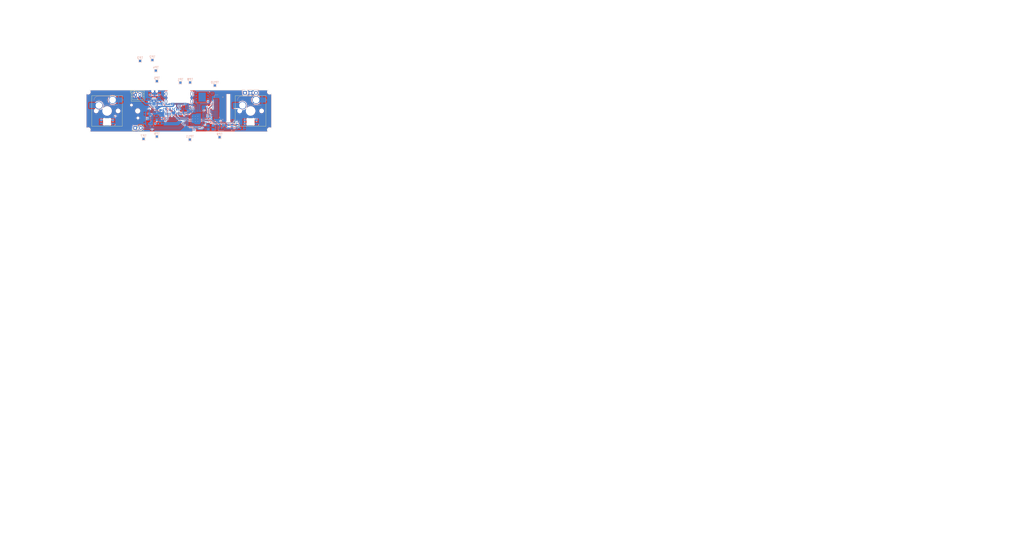
<source format=kicad_pcb>
(kicad_pcb (version 20241229) (generator "pcbnew") (generator_version "9.0")
  (layers (0 "F.Cu" mixed) (4 "In1.Cu" signal) (6 "In2.Cu" signal) (2 "B.Cu" power) (13 "F.Paste" user) (15 "B.Paste" user) (5 "F.SilkS" user "F.Silkscreen") (7 "B.SilkS" user "B.Silkscreen") (1 "F.Mask" user) (3 "B.Mask" user) (25 "Edge.Cuts" user))
  (net 0 "")
  (net 1 "VBAT")
  (net 2 "GND")
  (net 3 "VBUS")
  (net 4 "VSYS")
  (net 5 "3V3")
  (net 6 "1V1")
  (net 7 "/XIN")
  (net 8 "Net-(C16-Pad2)")
  (net 9 "9V")
  (net 10 "/DISP_PIN_CS")
  (net 11 "Net-(DS1-VCOMH)")
  (net 12 "/DISP_PIN_RST")
  (net 13 "/DISP_PIN_SCLK")
  (net 14 "Net-(DS1-IREF)")
  (net 17 "Net-(J1-DN1)")
  (net 18 "/DISP_PIN_MOSI")
  (net 19 "/DISP_PIN_DC")
  (net 20 "Net-(J3-Pin_3)")
  (net 21 "Net-(J1-CC2)")
  (net 22 "Net-(J1-CC1)")
  (net 23 "Net-(J4-Pin_2)")
  (net 24 "Net-(J3-Pin_1)")
  (net 25 "Net-(U6-AGND)")
  (net 26 "Net-(J4-Pin_1)")
  (net 27 "Net-(L1-Pad1)")
  (net 28 "Net-(L1-Pad2)")
  (net 29 "Net-(U2-GPIO2)")
  (net 30 "Net-(U2-GPIO3)")
  (net 31 "/QSPI_SS")
  (net 32 "/XOUT")
  (net 33 "Net-(U2-USB_DP)")
  (net 34 "Net-(U2-USB_DM)")
  (net 35 "Net-(U4-ISET)")
  (net 36 "Net-(U4-TS)")
  (net 37 "/BUTTON_L")
  (net 38 "/BUTTON_R")
  (net 39 "/BUTTON_MENU")
  (net 40 "Net-(U7-FB)")
  (net 41 "/AUDIO_I2S_DOUT")
  (net 43 "/QSPI_SD1")
  (net 45 "Net-(J1-DP1)")
  (net 46 "/QSPI_SD3")
  (net 47 "/AUDIO_I2S_SD")
  (net 48 "/QSPI_SD2")
  (net 49 "/AUDIO_I2S_LRCK")
  (net 50 "/QSPI_SCLK")
  (net 54 "/AUDIO_I2S_BCLK")
  (net 55 "/QSPI_SD0")
  (net 59 "REG_EN")
  (net 63 "/USB_D+")
  (net 64 "/USB_D-")
  (net 65 "/DISP_REG_EN")
  (net 68 "/PWR_~{PGOOD}")
  (net 69 "/PWR_~{CHG}")
  (net 70 "/PWR_CHG_EN")
  (net 71 "Net-(D1-DIN)")
  (net 72 "Net-(D3-A)")
  (net 73 "Net-(R9-Pad1)")
  (net 74 "/LED_DIN")
  (net 75 "Net-(U9-SET)")
  (net 76 "Net-(U2-RUN)")
  (net 78 "Net-(D2-DIN)")
  (net 85 "VSYS_GATED")
  (net 86 "/PWR_PERIPH_EN")
  (net 87 "/PWR_VSYS")
  (footprint "Connector_JST:JST_PH_B2B-PH-K_1x02_P2.00mm_Vertical" (layer "F.Cu") (at 42.900001 22.25)
    (property "Reference" "J2" (hide yes))
    (property "Value" "Battery" (hide yes))
  )
  (footprint "Connector_PinHeader_2.54mm:PinHeader_1x02_P2.54mm_Vertical" (layer "F.Cu") (at 42.725 37.6 90)
    (property "Reference" "J4" (hide yes))
    (property "Value" "Speaker" (hide yes))
  )
  (footprint "Custom:OLED_128x64_1.3in_13P" (layer "F.Cu") (at 39.2625 79.2 -90)
    (property "Reference" "PL1")
    (property "Value" "Panel Footprint")
  )
  (footprint "PCM_Switch_Keyboard_Hotswap_Kailh:SW_Hotswap_Kailh_MX_Plated" (layer "F.Cu") (at 29.7 29.7)
    (property "Reference" "SW1" (hide yes))
    (property "Value" "Button L")
  )
  (footprint "PCM_Switch_Keyboard_Hotswap_Kailh:SW_Hotswap_Kailh_MX_Plated" (layer "F.Cu") (at 96.3 29.7)
    (property "Reference" "SW2" (hide yes))
    (property "Value" "Button R")
  )
  (footprint "Resistor_SMD:R_0201_0603Metric" (layer "B.Cu") (at 60 28.94 -90)
    (property "Reference" "R21" (hide yes))
    (property "Value" "5.1k" (hide yes))
  )
  (footprint "Capacitor_SMD:C_0402_1005Metric" (layer "B.Cu") (at 77.97 32.33 180)
    (property "Reference" "C22" (hide yes))
    (property "Value" "4.7uF" (hide yes))
  )
  (footprint "NetTie:NetTie-2_SMD_Pad0.5mm" (layer "B.Cu") (at 50.812502 33.15 180)
    (property "Reference" "NT1" (hide yes))
    (property "Value" "NetTie_2" (hide yes))
  )
  (footprint "TestPoint:TestPoint_Pad_1.0x1.0mm" (layer "B.Cu") (at 46.6 42.7 180)
    (property "Reference" "TP7")
    (property "Value" "3V3")
  )
  (footprint "Capacitor_SMD:C_0201_0603Metric" (layer "B.Cu") (at 71.055 28.57 90)
    (property "Reference" "C13" (hide yes))
    (property "Value" "100nF" (hide yes))
  )
  (footprint "Resistor_SMD:R_0201_0603Metric" (layer "B.Cu") (at 87.755 34.9 180)
    (property "Reference" "R19" (hide yes))
    (property "Value" "140k" (hide yes))
  )
  (footprint "Capacitor_SMD:C_0201_0603Metric" (layer "B.Cu") (at 70.355 27.17 90)
    (property "Reference" "C1" (hide yes))
    (property "Value" "100nF" (hide yes))
  )
  (footprint "Resistor_SMD:R_0201_0603Metric" (layer "B.Cu") (at 75.915 32.55)
    (property "Reference" "R5" (hide yes))
    (property "Value" "27" (hide yes))
  )
  (footprint "Resistor_SMD:R_0201_0603Metric" (layer "B.Cu") (at 78.549998 21.4 180)
    (property "Reference" "R8" (hide yes))
    (property "Value" "10k" (hide yes))
  )
  (footprint "TestPoint:TestPoint_Pad_1.0x1.0mm" (layer "B.Cu") (at 79.7 17.9 180)
    (property "Reference" "TP10")
    (property "Value" "BOOTSEL")
  )
  (footprint "Resistor_SMD:R_0201_0603Metric" (layer "B.Cu") (at 65.78 32.4 180)
    (property "Reference" "R17" (hide yes))
    (property "Value" "5.1k" (hide yes))
  )
  (footprint "Capacitor_SMD:C_0201_0603Metric" (layer "B.Cu") (at 69.725001 38.230002 -90)
    (property "Reference" "C14" (hide yes))
    (property "Value" "100nF" (hide yes))
  )
  (footprint "Resistor_SMD:R_0201_0603Metric" (layer "B.Cu") (at 65.775 31.7)
    (property "Reference" "R18" (hide yes))
    (property "Value" "10k" (hide yes))
  )
  (footprint "TestPoint:TestPoint_Pad_1.0x1.0mm" (layer "B.Cu") (at 68.1 43 180)
    (property "Reference" "TP11")
    (property "Value" "RESET")
  )
  (footprint "Capacitor_SMD:C_0201_0603Metric" (layer "B.Cu") (at 67.555 28.57 90)
    (property "Reference" "C8" (hide yes))
    (property "Value" "100nF" (hide yes))
  )
  (footprint "Resistor_SMD:R_0201_0603Metric" (layer "B.Cu") (at 75.45 34.25 180)
    (property "Reference" "R12" (hide yes))
    (property "Value" "27" (hide yes))
  )
  (footprint "TestPoint:TestPoint_Pad_1.0x1.0mm" (layer "B.Cu") (at 45 6.5 180)
    (property "Reference" "TP3")
    (property "Value" "VBAT")
  )
  (footprint "Capacitor_SMD:C_0201_0603Metric" (layer "B.Cu") (at 70.355762 28.57 90)
    (property "Reference" "C9" (hide yes))
    (property "Value" "100nF" (hide yes))
  )
  (footprint "Capacitor_SMD:C_0201_0603Metric" (layer "B.Cu") (at 48.800002 36.75 180)
    (property "Reference" "C34" (hide yes))
    (property "Value" "100nF" (hide yes))
  )
  (footprint "Capacitor_SMD:C_0201_0603Metric" (layer "B.Cu") (at 77.8 30.255 90)
    (property "Reference" "C25" (hide yes))
    (property "Value" "1uF" (hide yes))
  )
  (footprint "Capacitor_SMD:C_0201_0603Metric" (layer "B.Cu") (at 66.15 28.57 -90)
    (property "Reference" "C10" (hide yes))
    (property "Value" "1uF" (hide yes))
  )
  (footprint "Resistor_SMD:R_0201_0603Metric" (layer "B.Cu") (at 90.2 34.9 180)
    (property "Reference" "R16" (hide yes))
    (property "Value" "140k" (hide yes))
  )
  (footprint "Package_DFN_QFN:QFN-56-1EP_7x7mm_P0.4mm_EP3.2x3.2mm" (layer "B.Cu") (at 70.625 33.4 180)
    (property "Reference" "U2" (hide yes))
    (property "Value" "RP2040" (hide yes))
  )
  (footprint "Capacitor_SMD:C_0201_0603Metric" (layer "B.Cu") (at 65.79 34.4 180)
    (property "Reference" "C4" (hide yes))
    (property "Value" "100nF" (hide yes))
  )
  (footprint "Capacitor_SMD:C_0603_1608Metric" (layer "B.Cu") (at 54.337501 28.550004 90)
    (property "Reference" "C17" (hide yes))
    (property "Value" "22uF" (hide yes))
  )
  (footprint "Capacitor_SMD:C_0201_0603Metric" (layer "B.Cu") (at 74.75 29.7 90)
    (property "Reference" "C5" (hide yes))
    (property "Value" "100nF" (hide yes))
  )
  (footprint "Inductor_SMD:L_0603_1608Metric" (layer "B.Cu") (at 86 37 -90)
    (property "Reference" "L2" (hide yes))
    (property "Value" "4.7uH" (hide yes))
  )
  (footprint "Resistor_SMD:R_0201_0603Metric" (layer "B.Cu") (at 75.1 38.145 -90)
    (property "Reference" "R1" (hide yes))
    (property "Value" "1k" (hide yes))
  )
  (footprint "Capacitor_SMD:C_0603_1608Metric" (layer "B.Cu") (at 54.275002 35.599999 180)
    (property "Reference" "C33" (hide yes))
    (property "Value" "22uF" (hide yes))
  )
  (footprint "Package_SON:WSON-8-1EP_6x5mm_P1.27mm_EP3.4x4.3mm" (layer "B.Cu") (at 73.8 23.315 180)
    (property "Reference" "U3" (hide yes))
    (property "Value" "W25Q128JVPIQ" (hide yes))
  )
  (footprint "Capacitor_SMD:C_0603_1608Metric" (layer "B.Cu") (at 82.675 36.3)
    (property "Reference" "C35" (hide yes))
    (property "Value" "22uF" (hide yes))
  )
  (footprint "Resistor_SMD:R_0201_0603Metric" (layer "B.Cu") (at 87.755 34.2)
    (property "Reference" "R20" (hide yes))
    (property "Value" "10k" (hide yes))
  )
  (footprint "Capacitor_SMD:C_0201_0603Metric" (layer "B.Cu") (at 50.225002 30.979999 90)
    (property "Reference" "C28" (hide yes))
    (property "Value" "100nF" (hide yes))
  )
  (footprint "Capacitor_SMD:C_0201_0603Metric" (layer "B.Cu") (at 66.85 28.57 90)
    (property "Reference" "C3" (hide yes))
    (property "Value" "100nF" (hide yes))
  )
  (footprint "Capacitor_SMD:C_0201_0603Metric" (layer "B.Cu") (at 75.1 36.5 90)
    (property "Reference" "C15" (hide yes))
    (property "Value" "15pF" (hide yes))
  )
  (footprint "Custom:WLP-9_3x3_1.437x1.347mm_W91F1+1" (layer "B.Cu") (at 50.550002 37.4 180)
    (property "Reference" "U8" (hide yes))
    (property "Value" "MAX98357AEWL" (hide yes))
  )
  (footprint "Capacitor_SMD:C_0402_1005Metric" (layer "B.Cu") (at 77.97 31.41 180)
    (property "Reference" "C26" (hide yes))
    (property "Value" "4.7uF" (hide yes))
  )
  (footprint "Capacitor_SMD:C_0603_1608Metric" (layer "B.Cu") (at 51.2375 35.599999)
    (property "Reference" "C29" (hide yes))
    (property "Value" "22uF" (hide yes))
  )
  (footprint "Package_DFN_QFN:VQFN-16-1EP_3x3mm_P0.5mm_EP1.6x1.6mm" (layer "B.Cu") (at 51.4375 26.35)
    (property "Reference" "U4" (hide yes))
    (property "Value" "BQ24074RGT" (hide yes))
  )
  (footprint "Capacitor_SMD:C_0603_1608Metric" (layer "B.Cu") (at 48.575001 25.549999 90)
    (property "Reference" "C21" (hide yes))
    (property "Value" "22uF" (hide yes))
  )
  (footprint "Resistor_SMD:R_0201_0603Metric" (layer "B.Cu") (at 51.425 29.455 90)
    (property "Reference" "R10" (hide yes))
    (property "Value" "5.1k" (hide yes))
  )
  (footprint "Button_Switch_SMD:SW_SPST_CK_KMS2xxGP" (layer "B.Cu") (at 51.750001 21.4)
    (property "Reference" "SW3" (hide yes))
    (property "Value" "CK_KMS2xxGP" (hide yes))
  )
  (footprint "TestPoint:TestPoint_Pad_1.0x1.0mm" (layer "B.Cu") (at 52.8 41.6 180)
    (property "Reference" "TP6")
    (property "Value" "REG_EN")
  )
  (footprint "Capacitor_SMD:C_0201_0603Metric" (layer "B.Cu") (at 66.145 30.48 90)
    (property "Reference" "C6" (hide yes))
    (property "Value" "100nF" (hide yes))
  )
  (footprint "Crystal:Crystal_SMD_3225-4Pin_3.2x2.5mm" (layer "B.Cu") (at 77.73 37.38 180)
    (property "Reference" "Y1" (hide yes))
    (property "Value" "ABM8-272-T3" (hide yes))
  )
  (footprint "Capacitor_SMD:C_0201_0603Metric" (layer "B.Cu") (at 78.5 30.25 90)
    (property "Reference" "C23" (hide yes))
    (property "Value" "1uF" (hide yes))
  )
  (footprint "Capacitor_SMD:C_0201_0603Metric" (layer "B.Cu") (at 70.1 21.745 -90)
    (property "Reference" "C19" (hide yes))
    (property "Value" "100nF" (hide yes))
  )
  (footprint "Resistor_SMD:R_0201_0603Metric" (layer "B.Cu") (at 60.929999 28.94 90)
    (property "Reference" "R3" (hide yes))
    (property "Value" "5.1k" (hide yes))
  )
  (footprint "Resistor_SMD:R_0201_0603Metric" (layer "B.Cu") (at 78.155 29.2)
    (property "Reference" "R13" (hide yes))
    (property "Value" "620k" (hide yes))
  )
  (footprint "Capacitor_SMD:C_0201_0603Metric" (layer "B.Cu") (at 91.62 36.725 180)
    (property "Reference" "C32" (hide yes))
    (property "Value" "100nF" (hide yes))
  )
  (footprint "Resistor_SMD:R_0201_0603Metric" (layer "B.Cu") (at 75.915 31.85 180)
    (property "Reference" "R4" (hide yes))
    (property "Value" "27" (hide yes))
  )
  (footprint "Package_TO_SOT_SMD:SOT-23-5" (layer "B.Cu") (at 57.950001 29.9875 90)
    (property "Reference" "U9" (hide yes))
    (property "Value" "MT9700-N" (hide yes))
  )
  (footprint "Resistor_SMD:R_0201_0603Metric" (layer "B.Cu") (at 55.900002 28.93 -90)
    (property "Reference" "R22" (hide yes))
    (property "Value" "140k" (hide yes))
  )
  (footprint "Capacitor_SMD:C_0201_0603Metric" (layer "B.Cu") (at 68.255762 28.57 90)
    (property "Reference" "C12" (hide yes))
    (property "Value" "100nF" (hide yes))
  )
  (footprint "TestPoint:TestPoint_Pad_1.0x1.0mm" (layer "B.Cu") (at 52.8 15.9 180)
    (property "Reference" "TP5")
    (property "Value" "SNS_~{CHG}")
  )
  (footprint "TestPoint:TestPoint_Pad_1.0x1.0mm" (layer "B.Cu") (at 50.7 6.1 180)
    (property "Reference" "TP2")
    (property "Value" "VSYS")
  )
  (footprint "Capacitor_SMD:C_0201_0603Metric" (layer "B.Cu") (at 68.255 27.165 -90)
    (property "Reference" "C11" (hide yes))
    (property "Value" "1uF" (hide yes))
  )
  (footprint "Resistor_SMD:R_0201_0603Metric" (layer "B.Cu") (at 78.549998 22.099997 180)
    (property "Reference" "R9" (hide yes))
    (property "Value" "1k" (hide yes))
  )
  (footprint "TestPoint:TestPoint_Pad_1.0x1.0mm" (layer "B.Cu") (at 52.3 11 180)
    (property "Reference" "TP4")
    (property "Value" "SNS_~{PGOOD}")
  )
  (footprint "Capacitor_SMD:C_0201_0603Metric" (layer "B.Cu") (at 70.425 38.23 -90)
    (property "Reference" "C2" (hide yes))
    (property "Value" "100nF" (hide yes))
  )
  (footprint "Resistor_SMD:R_0201_0603Metric" (layer "B.Cu") (at 69.655761 28.570002 90)
    (property "Reference" "R6" (hide yes))
    (property "Value" "27" (hide yes))
  )
  (footprint "footprints:SAMESKY_UJ20-C-H-G-MSMT-6-P16-TR" (layer "B.Cu") (at 63 20)
    (property "Reference" "J1" (hide yes))
    (property "Value" "UJ20-C-H-G-MSMT-6-P16-TR" (hide yes))
  )
  (footprint "Custom:OLED_SH1107_13P" (layer "B.Cu") (at 80.3 28.5 90)
    (property "Reference" "DS1" (hide yes))
    (property "Value" "SH1107" (hide yes))
  )
  (footprint "Package_TO_SOT_SMD:SOT-23-3" (layer "B.Cu") (at 53.875 33.15)
    (property "Reference" "U5" (hide yes))
    (property "Value" "VDD331MCTA" (hide yes))
  )
  (footprint "Capacitor_SMD:C_0603_1608Metric" (layer "B.Cu") (at 92.375 37.8 180)
    (property "Reference" "C31" (hide yes))
    (property "Value" "22uF" (hide yes))
  )
  (footprint "Resistor_SMD:R_0201_0603Metric" (layer "B.Cu") (at 50.437502 29.449999 -90)
    (property "Reference" "R11" (hide yes))
    (property "Value" "10k" (hide yes))
  )
  (footprint "Capacitor_SMD:C_0603_1608Metric" (layer "B.Cu") (at 48.325002 30.999999 180)
    (property "Reference" "C27" (hide yes))
    (property "Value" "22uF" (hide yes))
  )
  (footprint "TestPoint:TestPoint_Pad_1.0x1.0mm" (layer "B.Cu") (at 63.7 16.6 180)
    (property "Reference" "TP1")
    (property "Value" "VBUS")
  )
  (footprint "Inductor_SMD:L_Murata_DFE201610P" (layer "B.Cu") (at 48.8125 33.15 -90)
    (property "Reference" "L1" (hide yes))
    (property "Value" "0.47uH" (hide yes))
  )
  (footprint "Package_TO_SOT_SMD:SOT-23-6" (layer "B.Cu") (at 63 30 90)
    (property "Reference" "U1" (hide yes))
    (property "Value" "USBLC6-2SC6" (hide yes))
  )
  (footprint "Capacitor_SMD:C_0201_0603Metric" (layer "B.Cu") (at 80.18 38.095 -90)
    (property "Reference" "C16" (hide yes))
    (property "Value" "15pF" (hide yes))
  )
  (footprint "Capacitor_SMD:C_0201_0603Metric" (layer "B.Cu") (at 75.45 34.95)
    (property "Reference" "C7" (hide yes))
    (property "Value" "100nF" (hide yes))
  )
  (footprint "Resistor_SMD:R_0201_0603Metric" (layer "B.Cu") (at 75.91 31.15 180)
    (property "Reference" "R14" (hide yes))
    (property "Value" "10k" (hide yes))
  )
  (footprint "Package_TO_SOT_SMD:SOT-23-6" (layer "B.Cu") (at 88.8 37)
    (property "Reference" "U7" (hide yes))
    (property "Value" "MT3608B" (hide yes))
  )
  (footprint "Custom:WL-CSP-15B_1.4x2.3_BSC" (layer "B.Cu") (at 50.812502 33.15 180)
    (property "Reference" "U6" (hide yes))
    (property "Value" "RT6160A" (hide yes))
  )
  (footprint "TestPoint:TestPoint_Pad_1.0x1.0mm" (layer "B.Cu") (at 68.2 16.5 180)
    (property "Reference" "TP8")
    (property "Value" "PWR_VSYS")
  )
  (footprint "Diode_SMD:D_SOD-323" (layer "B.Cu") (at 82.85 38)
    (property "Reference" "D3" (hide yes))
    (property "Value" "BAT20JFILM" (hide yes))
  )
  (footprint "Resistor_SMD:R_0201_0603Metric" (layer "B.Cu") (at 68.955763 28.57 -90)
    (property "Reference" "R7" (hide yes))
    (property "Value" "27" (hide yes))
  )
  (footprint "Resistor_SMD:R_0201_0603Metric" (layer "B.Cu") (at 65.079999 28.95 -90)
    (property "Reference" "R2" (hide yes))
    (property "Value" "5.1k" (hide yes))
  )
  (footprint "TestPoint:TestPoint_Pad_1.0x1.0mm" (layer "B.Cu") (at 81.9 41.9 180)
    (property "Reference" "TP9")
    (property "Value" "9V")
  )
  (footprint "PCM_marbastlib-mx:LED_MX_6028R" (layer "B.Cu") (at 29.675 34.75 180)
    (property "Reference" "D1" (hide yes))
    (property "Value" "LED_BUTTON_L" (hide yes))
    (fp_line (start 1.699999 -0.702841) (end 1.699999 0.702843) (stroke (width 0.1)) (layer "Edge.Cuts"))
    (fp_line (start 0.794452 1.5) (end -0.794453 1.5) (stroke (width 0.1)) (layer "Edge.Cuts"))
    (fp_line (start -0.794452 -1.499999) (end 0.794452 -1.499999) (stroke (width 0.1)) (layer "Edge.Cuts"))
    (fp_line (start -1.699999 0.702843) (end -1.699999 -0.702841) (stroke (width 0.1)) (layer "Edge.Cuts"))
    (fp_arc (start 1.749484 0.919721) (mid 1.712526 0.814069) (end 1.699999 0.702843) (stroke (width 0.1)) (layer "Edge.Cuts"))
    (fp_arc (start 1.749484 0.919721) (mid 1.638072 1.504036) (end 1.046711 1.5683) (stroke (width 0.1)) (layer "Edge.Cuts"))
    (fp_arc (start 1.699999 -0.702842) (mid 1.712536 -0.814064) (end 1.749484 -0.919719) (stroke (width 0.1)) (layer "Edge.Cuts"))
    (fp_arc (start 1.046711 -1.568296) (mid 1.63807 -1.504033) (end 1.749484 -0.919719) (stroke (width 0.1)) (layer "Edge.Cuts"))
    (fp_arc (start 1.04671 -1.568298) (mid 0.925122 -1.517376) (end 0.794452 -1.499999) (stroke (width 0.1)) (layer "Edge.Cuts"))
    (fp_arc (start 0.794453 1.500001) (mid 0.925123 1.517378) (end 1.046711 1.5683) (stroke (width 0.1)) (layer "Edge.Cuts"))
    (fp_arc (start -0.794452 -1.499999) (mid -0.925123 -1.517376) (end -1.046711 -1.568298) (stroke (width 0.1)) (layer "Edge.Cuts"))
    (fp_arc (start -1.046711 1.568299) (mid -0.925123 1.517377) (end -0.794453 1.5) (stroke (width 0.1)) (layer "Edge.Cuts"))
    (fp_arc (start -1.046711 1.568299) (mid -1.63807 1.504035) (end -1.749484 0.919721) (stroke (width 0.1)) (layer "Edge.Cuts"))
    (fp_arc (start -1.699999 0.702844) (mid -1.712527 0.814069) (end -1.749484 0.919721) (stroke (width 0.1)) (layer "Edge.Cuts"))
    (fp_arc (start -1.749484 -0.919718) (mid -1.638072 -1.504034) (end -1.046711 -1.568298) (stroke (width 0.1)) (layer "Edge.Cuts"))
    (fp_arc (start -1.749484 -0.919719) (mid -1.712527 -0.814067) (end -1.699999 -0.702841) (stroke (width 0.1)) (layer "Edge.Cuts"))
  )
  (footprint "Capacitor_SMD:C_0201_0603Metric" (layer "B.Cu") (at 52.4 29.455 90)
    (property "Reference" "C18" (hide yes))
    (property "Value" "100nF" (hide yes))
  )
  (footprint "Capacitor_SMD:C_0201_0603Metric" (layer "B.Cu") (at 78.18 33.15 180)
    (property "Reference" "C24" (hide yes))
    (property "Value" "100nF" (hide yes))
  )
  (footprint "Capacitor_SMD:C_0603_1608Metric" (layer "B.Cu") (at 48.262502 35.599997 180)
    (property "Reference" "C30" (hide yes))
    (property "Value" "22uF" (hide yes))
  )
  (footprint "PCM_marbastlib-mx:LED_MX_6028R" (layer "B.Cu") (at 96.275 34.75 180)
    (property "Reference" "D2" (hide yes))
    (property "Value" "LED_BUTTON_R" (hide yes))
    (fp_line (start 1.699999 -0.702841) (end 1.699999 0.702843) (stroke (width 0.1)) (layer "Edge.Cuts"))
    (fp_line (start 0.794452 1.5) (end -0.794453 1.5) (stroke (width 0.1)) (layer "Edge.Cuts"))
    (fp_line (start -0.794452 -1.499999) (end 0.794452 -1.499999) (stroke (width 0.1)) (layer "Edge.Cuts"))
    (fp_line (start -1.699999 0.702843) (end -1.699999 -0.702841) (stroke (width 0.1)) (layer "Edge.Cuts"))
    (fp_arc (start 1.749484 0.919721) (mid 1.712526 0.814069) (end 1.699999 0.702843) (stroke (width 0.1)) (layer "Edge.Cuts"))
    (fp_arc (start 1.749484 0.919721) (mid 1.638072 1.504036) (end 1.046711 1.5683) (stroke (width 0.1)) (layer "Edge.Cuts"))
    (fp_arc (start 1.699999 -0.702842) (mid 1.712536 -0.814064) (end 1.749484 -0.919719) (stroke (width 0.1)) (layer "Edge.Cuts"))
    (fp_arc (start 1.046711 -1.568296) (mid 1.63807 -1.504033) (end 1.749484 -0.919719) (stroke (width 0.1)) (layer "Edge.Cuts"))
    (fp_arc (start 1.04671 -1.568298) (mid 0.925122 -1.517376) (end 0.794452 -1.499999) (stroke (width 0.1)) (layer "Edge.Cuts"))
    (fp_arc (start 0.794453 1.500001) (mid 0.925123 1.517378) (end 1.046711 1.5683) (stroke (width 0.1)) (layer "Edge.Cuts"))
    (fp_arc (start -0.794452 -1.499999) (mid -0.925123 -1.517376) (end -1.046711 -1.568298) (stroke (width 0.1)) (layer "Edge.Cuts"))
    (fp_arc (start -1.046711 1.568299) (mid -0.925123 1.517377) (end -0.794453 1.5) (stroke (width 0.1)) (layer "Edge.Cuts"))
    (fp_arc (start -1.046711 1.568299) (mid -1.63807 1.504035) (end -1.749484 0.919721) (stroke (width 0.1)) (layer "Edge.Cuts"))
    (fp_arc (start -1.699999 0.702844) (mid -1.712527 0.814069) (end -1.749484 0.919721) (stroke (width 0.1)) (layer "Edge.Cuts"))
    (fp_arc (start -1.749484 -0.919718) (mid -1.638072 -1.504034) (end -1.046711 -1.568298) (stroke (width 0.1)) (layer "Edge.Cuts"))
    (fp_arc (start -1.749484 -0.919719) (mid -1.712527 -0.814067) (end -1.699999 -0.702841) (stroke (width 0.1)) (layer "Edge.Cuts"))
  )
  (footprint "Capacitor_SMD:C_0603_1608Metric" (layer "B.Cu") (at 54.337504 25.549999 -90)
    (property "Reference" "C20" (hide yes))
    (property "Value" "22uF" (hide yes))
  )
  (footprint "Connector_PinHeader_2.54mm:PinHeader_1x03_P2.54mm_Vertical" (layer "B.Cu") (at 93.66 21.3 -90)
    (property "Reference" "J3" (hide yes))
    (property "Value" "SWD" (hide yes))
  )
  (gr_poly (pts (xy 50.337503 26.55) (xy 48.6375 26.55) (xy 48.637502 26.149998) (xy 50.337503 26.149998)) (fill yes) (layer "B.Cu") (net 1))
  (gr_poly (pts (xy 66.75 28.775) (xy 66.75 30.8) (xy 67.712097 30.8) (xy 68.41 30.22075) (xy 68.41 29.525) (xy 68.225 29.35) (xy 68.05 29.35) (xy 67.498958 28.775)) (stroke (width 0.2)) (fill yes) (layer "B.Cu") (net 5))
  (gr_poly (pts (xy 54.375 26.275) (xy 55.1 25.55) (xy 55.325 25.55) (xy 55.325 27.025) (xy 55.1 27.025) (xy 54.375 26.3)) (stroke (width 0.2)) (fill yes) (layer "B.Cu") (net 4))
  (gr_poly (pts (xy 52.2 27.4) (xy 52.2 28.9) (xy 52.4 29.1) (xy 53.2 29.1) (xy 54.4 27.9) (xy 54.4 27.4)) (fill yes) (layer "B.Cu") (net 3))
  (gr_poly (pts (xy 49.55 25.23) (xy 50.435 25.23) (xy 51.02303 25.81803) (xy 51.144091 25.704091) (xy 50.825 25.385) (xy 50.825 24.475) (xy 50.575 24.475) (xy 49.55 24.475)) (stroke (width 0.2)) (fill yes) (layer "B.Cu") (net 2))
  (gr_poly (pts (xy 52.06 24.47) (xy 52.06 25.35) (xy 51.62 25.79) (xy 52.14 25.79) (xy 52.14 25.52) (xy 52.39 25.27) (xy 53.04 25.27) (xy 53.04 24.47)) (stroke (width 0.2)) (fill yes) (layer "B.Cu") (net 2))
  (gr_poly (pts (xy 70.185 29.04) (xy 70.025 29.21) (xy 70.025 30.26) (xy 70.435 30.26) (xy 70.435 29.04)) (stroke (width 0.2)) (fill yes) (layer "B.Cu") (net 5))
  (gr_poly (pts (xy 48.750002 31.174999) (xy 48.750002 31.549999) (xy 49.075002 31.874999) (xy 49.625002 31.874999) (xy 50.150002 32.399999) (xy 50.900002 32.399999) (xy 50.900002 31.749999) (xy 50.325002 31.174999)) (stroke (width 0.2)) (fill yes) (layer "B.Cu") (net 4))
  (gr_poly (pts (xy 52.537504 26.55) (xy 52.5375 26.149997) (xy 54.2375 26.150001) (xy 54.2375 26.55)) (fill yes) (layer "B.Cu") (net 4))
  (gr_poly (pts (xy 50.362502 33.987499) (xy 48.687502 35.752231) (xy 48.687502 36.062499) (xy 50.837502 36.062499) (xy 50.837502 35.457094) (xy 50.837502 33.987499)) (stroke (width 0.2)) (fill yes) (layer "B.Cu") (net 5))
  (gr_line (start 41.520038 36.252145) (end 41.820038 36.252145) (stroke (width 0.1)) (layer "B.SilkS"))
  (gr_line (start 41.670038 36.102145) (end 41.670038 36.402145) (stroke (width 0.1)) (layer "B.SilkS"))
  (gr_circle (center 43.9 29.7) (end 44.95 29.7) (stroke (width 0.05)) (fill no) (layer "Edge.Cuts"))
  (gr_line (start 21.45 20) (end 57.83 20) (stroke (width 0.05)) (layer "Edge.Cuts"))
  (gr_arc (start 106 21.440832) (mid 104.357538 21.642462) (end 104.559168 20) (stroke (width 0.05)) (layer "Edge.Cuts"))
  (gr_rect (start 85.2 22) (end 86.7 35) (stroke (width 0.05)) (fill no) (layer "Edge.Cuts"))
  (gr_line (start 68.17 25.9) (end 68.17 20) (stroke (width 0.05)) (layer "Edge.Cuts"))
  (gr_circle (center 41 27) (end 41.5 27) (stroke (width 0.05)) (fill no) (layer "Edge.Cuts"))
  (gr_line (start 57.83 20) (end 57.83 25.9) (stroke (width 0.05)) (layer "Edge.Cuts"))
  (gr_line (start 58.43 25.9) (end 67.57 25.9) (stroke (width 0.05)) (layer "Edge.Cuts"))
  (gr_line (start 104.559168 39.4) (end 21.440832 39.399999) (stroke (width 0.05)) (layer "Edge.Cuts"))
  (gr_arc (start 58.43 25.9) (mid 58.13 26.2) (end 57.83 25.9) (stroke (width 0.05)) (layer "Edge.Cuts"))
  (gr_circle (center 44 33) (end 44.5 33) (stroke (width 0.05)) (fill no) (layer "Edge.Cuts"))
  (gr_arc (start 21.45 20) (mid 21.64271 21.644083) (end 20 21.44) (stroke (width 0.05)) (layer "Edge.Cuts"))
  (gr_line (start 68.17 20) (end 104.559168 20) (stroke (width 0.05)) (layer "Edge.Cuts"))
  (gr_line (start 20 37.959168) (end 20 21.440832) (stroke (width 0.05)) (layer "Edge.Cuts"))
  (gr_line (start 106 21.440832) (end 106 37.959168) (stroke (width 0.05)) (layer "Edge.Cuts"))
  (gr_arc (start 104.559168 39.4) (mid 104.357538 37.757538) (end 106 37.959168) (stroke (width 0.05)) (layer "Edge.Cuts"))
  (gr_arc (start 68.17 25.9) (mid 67.87 26.2) (end 67.57 25.9) (stroke (width 0.05)) (layer "Edge.Cuts"))
  (gr_arc (start 20 37.959168) (mid 21.642452 37.757546) (end 21.440834 39.399999) (stroke (width 0.05)) (layer "Edge.Cuts"))
  (segment (start 50 26.1) (end 48.9 26.099999) (width 0.2) (layer "B.Cu") (net 1))
  (segment (start 48.575003 26.424999) (end 48.75 26.599999) (width 0.2) (layer "B.Cu") (net 1))
  (segment (start 48.9 26.099999) (end 48.575003 26.424999) (width 0.2) (layer "B.Cu") (net 1))
  (segment (start 48.75 26.599999) (end 50 26.599999) (width 0.2) (layer "B.Cu") (net 1))
  (segment (start 48.575001 26.324999) (end 47.524999 26.324999) (width 0.8) (layer "B.Cu") (net 1))
  (segment (start 44.900002 23.700002) (end 44.900002 22.25) (width 0.8) (layer "B.Cu") (net 1))
  (segment (start 50 26.599999) (end 50 26.1) (width 0.2) (layer "B.Cu") (net 1))
  (segment (start 47.524999 26.324999) (end 44.900002 23.700002) (width 0.8) (layer "B.Cu") (net 1))
  (via (at 51.925 26.85) (size 0.45) (drill 0.2) (layers "F.Cu" "B.Cu") (net 2))
  (via (at 75.1 36.18) (size 0.45) (drill 0.2) (layers "F.Cu" "B.Cu") (net 2))
  (via (at 69.425 34.6) (size 0.45) (drill 0.2) (layers "F.Cu" "B.Cu") (net 2))
  (via (at 51.4375 26.35) (size 0.45) (drill 0.2) (layers "F.Cu" "B.Cu") (net 2))
  (via (at 77.5 31.4) (size 0.45) (drill 0.2) (layers "F.Cu" "B.Cu") (net 2))
  (via (at 76.5 25.22) (size 0.45) (drill 0.2) (layers "F.Cu" "B.Cu") (net 2))
  (via (at 63 30.1) (size 0.45) (drill 0.2) (layers "F.Cu" "B.Cu") (net 2))
  (via (at 70.625 34.6) (size 0.45) (drill 0.2) (layers "F.Cu" "B.Cu") (net 2))
  (via (at 52.0125 35.599999) (size 0.45) (drill 0.2) (layers "F.Cu" "B.Cu") (net 2))
  (via (at 48.637502 33.15) (size 0.45) (drill 0.2) (layers "F.Cu" "B.Cu") (net 2))
  (via (at 58.15 32.15) (size 0.45) (drill 0.2) (layers "F.Cu" "B.Cu") (net 2))
  (via (at 77.49 32.33) (size 0.45) (drill 0.2) (layers "F.Cu" "B.Cu") (net 2))
  (via (at 69.425 32.2) (size 0.45) (drill 0.2) (layers "F.Cu" "B.Cu") (net 2))
  (via (at 50.95 26.85) (size 0.45) (drill 0.2) (layers "F.Cu" "B.Cu") (net 2))
  (via (at 70.625 33.4) (size 0.45) (drill 0.2) (layers "F.Cu" "B.Cu") (net 2))
  (via (at 69.725001 38.550002) (size 0.45) (drill 0.2) (layers "F.Cu" "B.Cu") (net 2))
  (via (at 50.550002 38.3) (size 0.45) (drill 0.2) (layers "F.Cu" "B.Cu") (net 2))
  (via (at 48.087502 33.15) (size 0.45) (drill 0.2) (layers "F.Cu" "B.Cu") (net 2))
  (via (at 78.83 36.53) (size 0.45) (drill 0.2) (layers "F.Cu" "B.Cu") (net 2))
  (via (at 70.625 32.2) (size 0.45) (drill 0.2) (layers "F.Cu" "B.Cu") (net 2))
  (via (at 52.7375 34.099999) (size 0.45) (drill 0.2) (layers "F.Cu" "B.Cu") (net 2))
  (via (at 77.8 29.935) (size 0.45) (drill 0.2) (layers "F.Cu" "B.Cu") (net 2))
  (via (at 78.7 25) (size 0.45) (drill 0.2) (layers "F.Cu" "B.Cu") (net 2))
  (via (at 87.6625 37) (size 0.45) (drill 0.2) (layers "F.Cu" "B.Cu") (net 2))
  (via (at 50.95 25.825) (size 0.45) (drill 0.2) (layers "F.Cu" "B.Cu") (net 2))
  (via (at 52.57 24.88) (size 0.45) (drill 0.2) (layers "F.Cu" "B.Cu") (net 2))
  (via (at 65.47 34.4) (size 0.45) (drill 0.2) (layers "F.Cu" "B.Cu") (net 2))
  (via (at 77.865 33.14) (size 0.45) (drill 0.2) (layers "F.Cu" "B.Cu") (net 2))
  (via (at 74.75 29.38) (size 0.45) (drill 0.2) (layers "F.Cu" "B.Cu") (net 2))
  (via (at 50 24.9) (size 0.45) (drill 0.2) (layers "F.Cu" "B.Cu") (net 2))
  (via (at 66.2 26.45) (size 0.45) (drill 0.2) (layers "F.Cu" "B.Cu") (net 2))
  (via (at 75.77 34.95) (size 0.45) (drill 0.2) (layers "F.Cu" "B.Cu") (net 2))
  (via (at 59.8 26.45) (size 0.45) (drill 0.2) (layers "F.Cu" "B.Cu") (net 2))
  (via (at 65.455 31.7) (size 0.45) (drill 0.2) (layers "F.Cu" "B.Cu") (net 2))
  (via (at 70.425 38.55) (size 0.45) (drill 0.2) (layers "F.Cu" "B.Cu") (net 2))
  (via (at 60.929999 29.820001) (size 0.45) (drill 0.2) (layers "F.Cu" "B.Cu") (net 2))
  (via (at 83.5 36.3) (size 0.45) (drill 0.2) (layers "F.Cu" "B.Cu") (net 2))
  (via (at 71.825 34.6) (size 0.45) (drill 0.2) (layers "F.Cu" "B.Cu") (net 2))
  (via (at 76.63 38.23) (size 0.45) (drill 0.2) (layers "F.Cu" "B.Cu") (net 2))
  (via (at 69.425 33.4) (size 0.45) (drill 0.2) (layers "F.Cu" "B.Cu") (net 2))
  (via (at 51.95 25.825) (size 0.45) (drill 0.2) (layers "F.Cu" "B.Cu") (net 2))
  (via (at 71.825 32.2) (size 0.45) (drill 0.2) (layers "F.Cu" "B.Cu") (net 2))
  (via (at 72.425 37.7) (size 0.45) (drill 0.2) (layers "F.Cu" "B.Cu") (net 2))
  (via (at 71.825 33.4) (size 0.45) (drill 0.2) (layers "F.Cu" "B.Cu") (net 2))
  (segment (start 52.518903 33.918901) (end 52.700001 34.099999) (width 0.2) (layer "B.Cu") (net 2))
  (segment (start 67.555 26.845) (end 68.255 26.845) (width 0.3) (layer "B.Cu") (net 2))
  (segment (start 65.079999 29.27) (end 65.11155 29.27) (width 0.2) (layer "B.Cu") (net 2))
  (segment (start 71.055 27.350001) (end 70.554999 26.85) (width 0.2) (layer "B.Cu") (net 2))
  (segment (start 80.3 29.9) (end 77.835 29.9) (width 0.35) (layer "B.Cu") (net 2))
  (segment (start 51.750001 22.318749) (end 52.61775 21.451) (width 0.2) (layer "B.Cu") (net 2))
  (segment (start 70.424998 38.550002) (end 70.425 38.55) (width 0.2) (layer "B.Cu") (net 2))
  (segment (start 49.874999 24.774999) (end 48.575001 24.774999) (width 0.6) (layer "B.Cu") (net 2))
  (segment (start 77.49 32.765) (end 77.865 33.14) (width 0.35) (layer "B.Cu") (net 2))
  (segment (start 65.11155 29.27) (end 66.13155 28.25) (width 0.2) (layer "B.Cu") (net 2))
  (segment (start 70.554999 26.85) (end 70.355 26.85) (width 0.2) (layer "B.Cu") (net 2))
  (segment (start 52.700001 34.099999) (end 52.7375 34.099999) (width 0.2) (layer "B.Cu") (net 2))
  (segment (start 80.18 37.775) (end 80.18 36.98) (width 0.2) (layer "B.Cu") (net 2))
  (segment (start 77.5 31.4) (end 77.5 32.32) (width 0.35) (layer "B.Cu") (net 2))
  (segment (start 71.625 37.473644) (end 71.625 36.8375) (width 0.2) (layer "B.Cu") (net 2))
  (segment (start 71.851356 37.7) (end 71.625 37.473644) (width 0.2) (layer "B.Cu") (net 2))
  (segment (start 47.487502 35.599997) (end 47.487502 36.187502) (width 0.4) (layer "B.Cu") (net 2))
  (segment (start 77.49 32.33) (end 77.49 32.765) (width 0.35) (layer "B.Cu") (net 2))
  (segment (start 68.95 21.8) (end 68.95 25.3) (width 0.3) (layer "B.Cu") (net 2))
  (segment (start 69.725001 38.550002) (end 70.424998 38.550002) (width 0.2) (layer "B.Cu") (net 2))
  (segment (start 50.951 21.451) (end 50.443216 21.451) (width 0.2) (layer "B.Cu") (net 2))
  (segment (start 66.855 28.25) (end 68.255762 28.25) (width 0.2) (layer "B.Cu") (net 2))
  (segment (start 48.05 36.75) (end 48.480002 36.75) (width 0.4) (layer "B.Cu") (net 2))
  (segment (start 50.443216 21.451) (end 49.974001 20.981785) (width 0.2) (layer "B.Cu") (net 2))
  (segment (start 49.974001 20.981785) (end 49.974001 20.6) (width 0.2) (layer "B.Cu") (net 2))
  (segment (start 68.95 25.3) (end 68.95 25.565) (width 0.3) (layer "B.Cu") (net 2))
  (segment (start 77.835 29.9) (end 77.8 29.935) (width 0.35) (layer "B.Cu") (net 2))
  (segment (start 66.13155 28.25) (end 66.15 28.25) (width 0.2) (layer "B.Cu") (net 2))
  (segment (start 78.7 25) (end 80.3 25) (width 0.35) (layer "B.Cu") (net 2))
  (segment (start 60.17 28.62) (end 60.81 29.26) (width 0.2) (layer "B.Cu") (net 2))
  (segment (start 53.526001 20.981785) (end 53.526001 20.611499) (width 0.2) (layer "B.Cu") (net 2))
  (segment (start 60.81 29.26) (end 60.929999 29.26) (width 0.2) (layer "B.Cu") (net 2))
  (segment (start 77.5 32.32) (end 77.49 32.33) (width 0.2) (layer "B.Cu") (net 2))
  (segment (start 49.974001 20.6) (end 49.700002 20.6) (width 0.2) (layer "B.Cu") (net 2))
  (segment (start 48.637502 33.15) (end 48.087502 33.15) (width 0.3) (layer "B.Cu") (net 2))
  (segment (start 51.750001 22.250001) (end 50.951 21.451) (width 0.2) (layer "B.Cu") (net 2))
  (segment (start 71.055 28.25) (end 71.055 27.350001) (width 0.2) (layer "B.Cu") (net 2))
  (segment (start 80.18 36.98) (end 79.73 36.53) (width 0.2) (layer "B.Cu") (net 2))
  (segment (start 54.337504 24.774999) (end 52.675001 24.774999) (width 0.6) (layer "B.Cu") (net 2))
  (segment (start 70.355762 28.25) (end 71.055 28.25) (width 0.2) (layer "B.Cu") (net 2))
  (segment (start 60 28.62) (end 60.17 28.62) (width 0.2) (layer "B.Cu") (net 2))
  (segment (start 51.750001 22.825) (end 51.750001 22.250001) (width 0.2) (layer "B.Cu") (net 2))
  (segment (start 70.355 26.85) (end 68.26 26.85) (width 0.2) (layer "B.Cu") (net 2))
  (segment (start 50.550002 37.4) (end 50.550002 38.3) (width 0.2) (layer "B.Cu") (net 2))
  (segment (start 51.750001 22.825) (end 51.750001 22.318749) (width 0.2) (layer "B.Cu") (net 2))
  (segment (start 68.95 25.565) (end 70.23 26.845) (width 0.3) (layer "B.Cu") (net 2))
  (segment (start 63 31.1375) (end 63 30.1) (width 0.35) (layer "B.Cu") (net 2))
  (segment (start 60.929999 29.820001) (end 60.929999 29.26) (width 0.2) (layer "B.Cu") (net 2))
  (segment (start 53.056786 21.451) (end 53.526001 20.981785) (width 0.2) (layer "B.Cu") (net 2))
  (segment (start 57.950001 31.125) (end 57.950001 31.950001) (width 0.2) (layer "B.Cu") (net 2))
  (segment (start 57.950001 31.950001) (end 58.15 32.15) (width 0.2) (layer "B.Cu") (net 2))
  (segment (start 53.5375 20.6) (end 53.8 20.6) (width 0.2) (layer "B.Cu") (net 2))
  (segment (start 68.26 26.85) (end 68.255 26.845) (width 0.2) (layer "B.Cu") (net 2))
  (segment (start 52.675001 24.774999) (end 52.57 24.88) (width 0.2) (layer "B.Cu") (net 2))
  (segment (start 79.73 36.53) (end 78.83 36.53) (width 0.2) (layer "B.Cu") (net 2))
  (segment (start 50.412502 33.15) (end 50.812502 33.15) (width 0.3) (layer "B.Cu") (net 2))
  (segment (start 47.487502 36.187502) (end 48.05 36.75) (width 0.4) (layer "B.Cu") (net 2))
  (segment (start 50.412502 33.15) (end 48.637502 33.15) (width 0.3) (layer "B.Cu") (net 2))
  (segment (start 72.425 37.7) (end 71.851356 37.7) (width 0.2) (layer "B.Cu") (net 2))
  (segment (start 53.526001 20.611499) (end 53.5375 20.6) (width 0.2) (layer "B.Cu") (net 2))
  (segment (start 77.49 31.41) (end 77.5 31.4) (width 0.2) (layer "B.Cu") (net 2))
  (segment (start 52.61775 21.451) (end 53.056786 21.451) (width 0.2) (layer "B.Cu") (net 2))
  (segment (start 61.95 26.45) (end 65.4 26.45) (width 0.6) (layer "F.Cu") (net 3))
  (segment (start 61.95 27.75) (end 61.95 26.45) (width 0.4) (layer "F.Cu") (net 3))
  (segment (start 60.6 26.45) (end 61.95 26.45) (width 0.6) (layer "F.Cu") (net 3))
  (segment (start 63 28.8) (end 61.95 27.75) (width 0.4) (layer "F.Cu") (net 3))
  (via (at 60.6 26.45) (size 0.45) (drill 0.2) (layers "F.Cu" "B.Cu") (net 3))
  (via (at 65.4 26.45) (size 0.45) (drill 0.2) (layers "F.Cu" "B.Cu") (net 3))
  (via (at 63 28.8625) (size 0.6) (drill 0.3) (layers "F.Cu" "B.Cu") (net 3))
  (segment (start 52.1875 28.2875) (end 52.1875 27.7) (width 0.2) (layer "B.Cu") (net 3))
  (segment (start 54.325003 27.787499) (end 54.3375 27.774998) (width 0.2) (layer "B.Cu") (net 3))
  (segment (start 52.4 29.125) (end 53.225 29.125) (width 0.2) (layer "B.Cu") (net 3))
  (segment (start 52.1875 27.7875) (end 54.325005 27.7875) (width 0.2) (layer "B.Cu") (net 3))
  (segment (start 54.262502 27.7) (end 54.3375 27.774998) (width 0.2) (layer "B.Cu") (net 3))
  (segment (start 54.487505 27.625) (end 60.175 27.625) (width 0.6) (layer "B.Cu") (net 3))
  (segment (start 54.337501 28.012499) (end 54.337501 27.775004) (width 0.2) (layer "B.Cu") (net 3))
  (segment (start 53.225 29.125) (end 54.337501 28.012499) (width 0.2) (layer "B.Cu") (net 3))
  (segment (start 52.1875 28.9125) (end 52.1875 27.7875) (width 0.2) (layer "B.Cu") (net 3))
  (segment (start 54.3375 27.774998) (end 54.3375 28.0625) (width 0.2) (layer "B.Cu") (net 3))
  (segment (start 60.6 27.2) (end 60.6 26.45) (width 0.6) (layer "B.Cu") (net 3))
  (segment (start 54.337501 27.775004) (end 54.487505 27.625) (width 0.6) (layer "B.Cu") (net 3))
  (segment (start 60.175 27.625) (end 60.6 27.2) (width 0.6) (layer "B.Cu") (net 3))
  (segment (start 52.4 29.125) (end 52.1875 28.9125) (width 0.2) (layer "B.Cu") (net 3))
  (segment (start 54.325005 27.7875) (end 54.337501 27.775004) (width 0.2) (layer "B.Cu") (net 3))
  (segment (start 78.1 34) (end 79.1 35) (width 0.4) (layer "F.Cu") (net 4))
  (segment (start 58.9 28.9) (end 63.441011 33.441011) (width 0.4) (layer "F.Cu") (net 4))
  (segment (start 63.441011 33.441011) (end 66.841011 33.441011) (width 0.4) (layer "F.Cu") (net 4))
  (segment (start 79.1 35) (end 84.2 35) (width 0.4) (layer "F.Cu") (net 4))
  (segment (start 67.4 34) (end 78.1 34) (width 0.4) (layer "F.Cu") (net 4))
  (segment (start 86 36.212499) (end 89.149999 36.212499) (width 0.4) (layer "F.Cu") (net 4))
  (segment (start 55.275001 26.324999) (end 55.3 26.3) (width 0.2) (layer "F.Cu") (net 4))
  (segment (start 66.841011 33.441011) (end 67.4 34) (width 0.4) (layer "F.Cu") (net 4))
  (segment (start 85.412499 36.212499) (end 85.986821 36.212499) (width 0.4) (layer "F.Cu") (net 4))
  (segment (start 84.2 35) (end 85.412499 36.212499) (width 0.4) (layer "F.Cu") (net 4))
  (segment (start 89.149999 36.212499) (end 89.9375 37) (width 0.4) (layer "F.Cu") (net 4))
  (segment (start 58.9 28.85) (end 58.9 28.9) (width 0.4) (layer "F.Cu") (net 4))
  (via (at 54.337504 26.324999) (size 0.45) (drill 0.2) (layers "F.Cu" "B.Cu") (net 4))
  (via (at 55.3 26.9) (size 0.45) (drill 0.2) (layers "F.Cu" "B.Cu") (net 4))
  (via (at 55.3 26.3) (size 0.45) (drill 0.2) (layers "F.Cu" "B.Cu") (net 4))
  (via (at 51 24) (size 0.45) (drill 0.2) (layers "F.Cu" "B.Cu") (net 4))
  (via (at 49.100002 30.999999) (size 0.45) (drill 0.2) (layers "F.Cu" "B.Cu") (net 4))
  (via (at 55.3 25.575) (size 0.45) (drill 0.2) (layers "F.Cu" "B.Cu") (net 4))
  (via (at 55.012502 33.15) (size 0.45) (drill 0.2) (layers "F.Cu" "B.Cu") (net 4))
  (via (at 49.65 29.35) (size 0.45) (drill 0.2) (layers "F.Cu" "B.Cu") (net 4))
  (via (at 89.9375 37) (size 0.45) (drill 0.2) (layers "F.Cu" "B.Cu") (net 4))
  (via (at 58.9 28.85) (size 0.45) (drill 0.2) (layers "F.Cu" "B.Cu") (net 4))
  (via (at 49.1 28.75) (size 0.45) (drill 0.2) (layers "F.Cu" "B.Cu") (net 4))
  (via (at 50.200002 31.299999) (size 0.45) (drill 0.2) (layers "F.Cu" "B.Cu") (net 4))
  (via (at 50.400002 31.799999) (size 0.45) (drill 0.2) (layers "F.Cu" "B.Cu") (net 4))
  (via (at 53.575 26.35) (size 0.45) (drill 0.2) (layers "F.Cu" "B.Cu") (net 4))
  (via (at 86 36.212499) (size 0.45) (drill 0.2) (layers "F.Cu" "B.Cu") (net 4))
  (via (at 49.825002 31.787499) (size 0.45) (drill 0.2) (layers "F.Cu" "B.Cu") (net 4))
  (segment (start 55.0125 33.15) (end 55.012502 33.15) (width 0.2) (layer "B.Cu") (net 4))
  (segment (start 49.1 29.350004) (end 49.100002 29.350002) (width 0.4) (layer "B.Cu") (net 4))
  (segment (start 54.337504 26.424995) (end 54.1625 26.599999) (width 0.2) (layer "B.Cu") (net 4))
  (segment (start 55.3 25.575) (end 55.087503 25.575) (width 0.4) (layer "B.Cu") (net 4))
  (segment (start 90.25 37) (end 90.42 37) (width 0.35) (layer "B.Cu") (net 4))
  (segment (start 52.875 26.599999) (end 52.875 26.1) (width 0.2) (layer "B.Cu") (net 4))
  (segment (start 50.025003 31.299999) (end 49.65 30.924996) (width 0.2) (layer "B.Cu") (net 4))
  (segment (start 91.509 37.709) (end 91.6 37.8) (width 0.2) (layer "B.Cu") (net 4))
  (segment (start 55.087503 25.575) (end 54.337504 26.324999) (width 0.4) (layer "B.Cu") (net 4))
  (segment (start 49.100002 28.750002) (end 49.1 28.75) (width 0.2) (layer "B.Cu") (net 4))
  (segment (start 91.275 36.7) (end 91.3 36.725) (width 0.2) (layer "B.Cu") (net 4))
  (segment (start 89.9375 37) (end 90.475 37) (width 0.35) (layer "B.Cu") (net 4))
  (segment (start 54.237499 26.324999) (end 54.0125 26.1) (width 0.2) (layer "B.Cu") (net 4))
  (segment (start 50.225002 31.299999) (end 50.025003 31.299999) (width 0.2) (layer "B.Cu") (net 4))
  (segment (start 91.3 37.5) (end 91.509 37.709) (width 0.35) (layer "B.Cu") (net 4))
  (segment (start 90.475 37) (end 90.75 36.725) (width 0.35) (layer "B.Cu") (net 4))
  (segment (start 91.22 37.8) (end 91.6 37.8) (width 0.35) (layer "B.Cu") (net 4))
  (segment (start 91.3 36.725) (end 91.3 37.5) (width 0.35) (layer "B.Cu") (net 4))
  (segment (start 51.1875 24.1875) (end 51.1875 24.9125) (width 0.2) (layer "B.Cu") (net 4))
  (segment (start 54.337504 26.324999) (end 54.237499 26.324999) (width 0.2) (layer "B.Cu") (net 4))
  (segment (start 54.337504 26.324999) (end 54.337504 26.424995) (width 0.2) (layer "B.Cu") (net 4))
  (segment (start 49.100002 29.350002) (end 49.1 29.35) (width 0.2) (layer "B.Cu") (net 4))
  (segment (start 49.100002 30.999999) (end 49.1 30.999997) (width 0.4) (layer "B.Cu") (net 4))
  (segment (start 49.100002 29.350002) (end 49.100002 28.750002) (width 0.4) (layer "B.Cu") (net 4))
  (segment (start 90.75 36.725) (end 91.3 36.725) (width 0.35) (layer "B.Cu") (net 4))
  (segment (start 50.287502 32.387499) (end 50.412502 32.387499) (width 0.2) (layer "B.Cu") (net 4))
  (segment (start 51 24) (end 51.1875 24.1875) (width 0.2) (layer "B.Cu") (net 4))
  (segment (start 54.337504 26.324999) (end 55.275001 26.324999) (width 0.4) (layer "B.Cu") (net 4))
  (segment (start 50.412502 32.387499) (end 50.812502 32.3875) (width 0.2) (layer "B.Cu") (net 4))
  (segment (start 89.9375 37) (end 90.25 37) (width 0.2) (layer "B.Cu") (net 4))
  (segment (start 54.0125 26.1) (end 52.875 26.1) (width 0.2) (layer "B.Cu") (net 4))
  (segment (start 54.1625 26.599999) (end 52.875 26.599999) (width 0.2) (layer "B.Cu") (net 4))
  (segment (start 90.42 37) (end 91.22 37.8) (width 0.35) (layer "B.Cu") (net 4))
  (segment (start 49.65 29.35) (end 49.65 30.924996) (width 0.4) (layer "B.Cu") (net 4))
  (segment (start 49.1 30.999997) (end 49.1 29.350004) (width 0.4) (layer "B.Cu") (net 4))
  (segment (start 70.345 27.49) (end 70.345 28.89) (width 0.4) (layer "F.Cu") (net 5))
  (via (at 49.512502 36.087499) (size 0.45) (drill 0.2) (layers "F.Cu" "B.Cu") (net 5))
  (via (at 77.8 30.575) (size 0.45) (drill 0.2) (layers "F.Cu" "B.Cu") (net 5))
  (via (at 67.05 29.6) (size 0.45) (drill 0.2) (layers "F.Cu" "B.Cu") (net 5))
  (via (at 70.1 20.8) (size 0.45) (drill 0.2) (layers "F.Cu" "B.Cu") (net 5))
  (via (at 76.23 31.15) (size 0.45) (drill 0.2) (layers "F.Cu" "B.Cu") (net 5))
  (via (at 70.425 37.91) (size 0.45) (drill 0.2) (layers "F.Cu" "B.Cu") (net 5))
  (via (at 50.062502 36.087499) (size 0.45) (drill 0.2) (layers "F.Cu" "B.Cu") (net 5))
  (via (at 75.13 34.95) (size 0.45) (drill 0.2) (layers "F.Cu" "B.Cu") (net 5))
  (via (at 74.75 30.02) (size 0.45) (drill 0.2) (layers "F.Cu" "B.Cu") (net 5))
  (via (at 70.345 27.49) (size 0.45) (drill 0.2) (layers "F.Cu" "B.Cu") (net 5))
  (via (at 48.962502 36.087499) (size 0.45) (drill 0.2) (layers "F.Cu" "B.Cu") (net 5))
  (via (at 49.762502 35.024999) (size 0.45) (drill 0.2) (layers "F.Cu" "B.Cu") (net 5))
  (via (at 50.587502 36.087499) (size 0.45) (drill 0.2) (layers "F.Cu" "B.Cu") (net 5))
  (via (at 66.11 34.4) (size 0.45) (drill 0.2) (layers "F.Cu" "B.Cu") (net 5))
  (via (at 67.85 29.6) (size 0.45) (drill 0.2) (layers "F.Cu" "B.Cu") (net 5))
  (via (at 53.500002 35.629999) (size 0.45) (drill 0.2) (layers "F.Cu" "B.Cu") (net 5))
  (via (at 70.345 28.89) (size 0.45) (drill 0.2) (layers "F.Cu" "B.Cu") (net 5))
  (via (at 78.9 21.4) (size 0.45) (drill 0.2) (layers "F.Cu" "B.Cu") (net 5))
  (segment (start 74.49 34.4) (end 75.04 34.95) (width 0.2) (layer "B.Cu") (net 5))
  (segment (start 70.425 29.9625) (end 70.425 28.959238) (width 0.2) (layer "B.Cu") (net 5))
  (segment (start 68.048241 29.391) (end 68.246 29.391) (width 0.2) (layer "B.Cu") (net 5))
  (segment (start 71.085 21.425) (end 71.1 21.41) (width 0.2) (layer "B.Cu") (net 5))
  (segment (start 49.012502 35.312499) (end 49.012502 35.462499) (width 0.2) (layer "B.Cu") (net 5))
  (segment (start 66.855 29.2) (end 66.855 28.89) (width 0.2) (layer "B.Cu") (net 5))
  (segment (start 75.04 34.95) (end 75.13 34.95) (width 0.2) (layer "B.Cu") (net 5))
  (segment (start 50.412502 33.987499) (end 50.812502 33.987498) (width 0.2) (layer "B.Cu") (net 5))
  (segment (start 78.869998 21.4) (end 78.9 21.4) (width 0.2) (layer "B.Cu") (net 5))
  (segment (start 50.462498 35.487499) (end 50.4625 35.487501) (width 0.2) (layer "B.Cu") (net 5))
  (segment (start 49.800002 35.062499) (end 49.762502 35.024999) (width 0.2) (layer "B.Cu") (net 5))
  (segment (start 49.037502 35.487499) (end 49.037502 36.087499) (width 0.2) (layer "B.Cu") (net 5))
  (segment (start 49.037502 35.362499) (end 49.037502 35.487499) (width 0.2) (layer "B.Cu") (net 5))
  (segment (start 70.024999 29.9625) (end 70.024999 29.220763) (width 0.2) (layer "B.Cu") (net 5))
  (segment (start 50.812502 35.137499) (end 50.4625 35.487501) (width 0.2) (layer "B.Cu") (net 5))
  (segment (start 77.8 30.575) (end 77.825 30.6) (width 0.35) (layer "B.Cu") (net 5))
  (segment (start 70.024999 29.9625) (end 70.425 29.9625) (width 0.2) (layer "B.Cu") (net 5))
  (segment (start 50.587502 36.5) (end 50.587502 36.9625) (width 0.2) (layer "B.Cu") (net 5))
  (segment (start 68.025 29.9625) (end 67.6175 29.9625) (width 0.2) (layer "B.Cu") (net 5))
  (segment (start 49.037502 35.487499) (end 50.462498 35.487499) (width 0.2) (layer "B.Cu") (net 5))
  (segment (start 50.137502 36.087499) (end 50.662502 36.087499) (width 0.2) (layer "B.Cu") (net 5))
  (segment (start 74.08125 34.4) (end 74.49 34.4) (width 0.2) (layer "B.Cu") (net 5))
  (segment (start 50.812502 33.987498) (end 50.812502 35.137499) (width 0.2) (layer "B.Cu") (net 5))
  (segment (start 67.555 28.897759) (end 68.048241 29.391) (width 0.2) (layer "B.Cu") (net 5))
  (segment (start 74.75 30.04) (end 74.75 30.02) (width 0.2) (layer "B.Cu") (net 5))
  (segment (start 66.15 28.89) (end 66.855 28.89) (width 0.4) (layer "B.Cu") (net 5))
  (segment (start 70.425 37.91) (end 70.425 36.8375) (width 0.2) (layer "B.Cu") (net 5))
  (segment (start 67.58 29.7875) (end 67.755 29.9625) (width 0.2) (layer "B.Cu") (net 5))
  (segment (start 80.275 30.575) (end 80.3 30.6) (width 0.2) (layer "B.Cu") (net 5))
  (segment (start 68.425001 29.9625) (end 68.025 29.9625) (width 0.2) (layer "B.Cu") (net 5))
  (segment (start 67.755 29.9625) (end 68.425001 29.9625) (width 0.2) (layer "B.Cu") (net 5))
  (segment (start 50.437498 35.462499) (end 50.4625 35.487501) (width 0.2) (layer "B.Cu") (net 5))
  (segment (start 68.246 29.391) (end 68.425001 29.570001) (width 0.2) (layer "B.Cu") (net 5))
  (segment (start 49.120002 36.75) (end 49.370002 36.5) (width 0.2) (layer "B.Cu") (net 5))
  (segment (start 66.175 34.4) (end 66.15 34.375) (width 0.2) (layer "B.Cu") (net 5))
  (segment (start 70.425 28.959238) (end 70.355762 28.89) (width 0.2) (layer "B.Cu") (net 5))
  (segment (start 67.555 28.89) (end 67.555 28.897759) (width 0.2) (layer "B.Cu") (net 5))
  (segment (start 70.355 27.49) (end 70.345 27.49) (width 0.2) (layer "B.Cu") (net 5))
  (segment (start 70.024999 29.220763) (end 70.355762 28.89) (width 0.2) (layer "B.Cu") (net 5))
  (segment (start 74.0625 30.8) (end 74.0625 30.7275) (width 0.2) (layer "B.Cu") (net 5))
  (segment (start 50.412502 33.987499) (end 49.037502 35.362499) (width 0.2) (layer "B.Cu") (net 5))
  (segment (start 70.1 21.425) (end 70.1 20.8) (width 0.2) (layer "B.Cu") (net 5))
  (segment (start 49.370002 36.5) (end 50.587502 36.5) (width 0.2) (layer "B.Cu") (net 5))
  (segment (start 74.0625 30.7275) (end 74.75 30.04) (width 0.2) (layer "B.Cu") (net 5))
  (segment (start 70.345 28.89) (end 70.425 28.97) (width 0.2) (layer "B.Cu") (net 5))
  (segment (start 49.587502 36.087499) (end 50.137502 36.087499) (width 0.2) (layer "B.Cu") (net 5))
  (segment (start 70.1 21.425) (end 71.085 21.425) (width 0.2) (layer "B.Cu") (net 5))
  (segment (start 77.825 30.6) (end 80.25 30.6) (width 0.35) (layer "B.Cu") (net 5))
  (segment (start 67.1875 34.4) (end 66.11 34.4) (width 0.2) (layer "B.Cu") (net 5))
  (segment (start 68.425001 29.570001) (end 68.425001 29.9625) (width 0.2) (layer "B.Cu") (net 5))
  (segment (start 50.587502 36.087499) (end 50.587502 36.5) (width 0.2) (layer "B.Cu") (net 5))
  (segment (start 50.587502 36.9625) (end 50.550002 37) (width 0.2) (layer "B.Cu") (net 5))
  (segment (start 49.037502 36.087499) (end 49.587502 36.087499) (width 0.2) (layer "B.Cu") (net 5))
  (segment (start 67.6175 29.9625) (end 66.855 29.2) (width 0.2) (layer "B.Cu") (net 5))
  (segment (start 66.145 30.8) (end 67.1875 30.8) (width 0.2) (layer "B.Cu") (net 5))
  (segment (start 68.255762 28.89) (end 68.255762 27.485762) (width 0.4) (layer "F.Cu") (net 6))
  (segment (start 68.255762 27.485762) (end 68.255 27.485) (width 0.2) (layer "F.Cu") (net 6))
  (via (at 68.255 27.485) (size 0.45) (drill 0.2) (layers "F.Cu" "B.Cu") (net 6))
  (via (at 68.255762 28.89) (size 0.45) (drill 0.2) (layers "F.Cu" "B.Cu") (net 6))
  (segment (start 69.725001 37.910002) (end 70.024999 37.610004) (width 0.2) (layer "B.Cu") (net 6))
  (segment (start 68.3 31.425) (end 68.825 30.9) (width 0.2) (layer "B.Cu") (net 6))
  (segment (start 70.024999 36.274999) (end 69.7 35.95) (width 0.2) (layer "B.Cu") (net 6))
  (segment (start 68.825 30.4) (end 69.026 30.601) (width 0.2) (layer "B.Cu") (net 6))
  (segment (start 68.825 30.9) (end 68.825 29.9625) (width 0.2) (layer "B.Cu") (net 6))
  (segment (start 70.825 29.9625) (end 70.825 29.352772) (width 0.2) (layer "B.Cu") (net 6))
  (segment (start 68.75 35.95) (end 68.3 35.5) (width 0.2) (layer "B.Cu") (net 6))
  (segment (start 68.825 29.9625) (end 68.825 29.459238) (width 0.2) (layer "B.Cu") (net 6))
  (segment (start 71.055 29.122772) (end 71.055 28.89) (width 0.2) (layer "B.Cu") (net 6))
  (segment (start 68.825 29.9625) (end 68.825 30.4) (width 0.2) (layer "B.Cu") (net 6))
  (segment (start 68.825 29.459238) (end 68.255762 28.89) (width 0.2) (layer "B.Cu") (net 6))
  (segment (start 70.624 30.601) (end 70.825 30.4) (width 0.2) (layer "B.Cu") (net 6))
  (segment (start 70.825 30.4) (end 70.825 29.9625) (width 0.2) (layer "B.Cu") (net 6))
  (segment (start 69.7 35.95) (end 68.75 35.95) (width 0.2) (layer "B.Cu") (net 6))
  (segment (start 68.3 35.5) (end 68.3 31.425) (width 0.2) (layer "B.Cu") (net 6))
  (segment (start 70.024999 36.8375) (end 70.024999 36.274999) (width 0.2) (layer "B.Cu") (net 6))
  (segment (start 70.825 29.352772) (end 71.055 29.122772) (width 0.2) (layer "B.Cu") (net 6))
  (segment (start 70.024999 37.610004) (end 70.024999 36.8375) (width 0.2) (layer "B.Cu") (net 6))
  (segment (start 69.026 30.601) (end 70.624 30.601) (width 0.2) (layer "B.Cu") (net 6))
  (segment (start 75.1 36.82) (end 76.34 36.82) (width 0.2) (layer "B.Cu") (net 7))
  (segment (start 74.6 37) (end 74.78 36.82) (width 0.2) (layer "B.Cu") (net 7))
  (segment (start 74.023322 38.151) (end 74.6 37.574322) (width 0.2) (layer "B.Cu") (net 7))
  (segment (start 71.225001 36.8375) (end 71.225001 37.499323) (width 0.2) (layer "B.Cu") (net 7))
  (segment (start 74.78 36.82) (end 75.2 36.82) (width 0.2) (layer "B.Cu") (net 7))
  (segment (start 71.225001 37.499323) (end 71.876678 38.151) (width 0.2) (layer "B.Cu") (net 7))
  (segment (start 74.6 37.574322) (end 74.6 37) (width 0.2) (layer "B.Cu") (net 7))
  (segment (start 71.876678 38.151) (end 74.023322 38.151) (width 0.2) (layer "B.Cu") (net 7))
  (segment (start 76.07 36.53) (end 76.63 36.53) (width 0.2) (layer "B.Cu") (net 7))
  (segment (start 76.34 36.82) (end 76.63 36.53) (width 0.2) (layer "B.Cu") (net 7))
  (segment (start 76.63 36.53) (end 76.955 36.205) (width 0.2) (layer "B.Cu") (net 7))
  (segment (start 80.18 38.415) (end 79.015 38.415) (width 0.2) (layer "B.Cu") (net 8))
  (segment (start 75.871 37.429) (end 78.029 37.429) (width 0.2) (layer "B.Cu") (net 8))
  (segment (start 78.029 37.429) (end 78.83 38.23) (width 0.2) (layer "B.Cu") (net 8))
  (segment (start 75.435 38.465) (end 75.6 38.3) (width 0.2) (layer "B.Cu") (net 8))
  (segment (start 75.6 37.7) (end 75.871 37.429) (width 0.2) (layer "B.Cu") (net 8))
  (segment (start 75.1 38.465) (end 75.435 38.465) (width 0.2) (layer "B.Cu") (net 8))
  (segment (start 75.6 38.3) (end 75.6 37.7) (width 0.2) (layer "B.Cu") (net 8))
  (segment (start 79.015 38.415) (end 78.83 38.23) (width 0.2) (layer "B.Cu") (net 8))
  (segment (start 82.899 35.301) (end 81.9 36.3) (width 0.2) (layer "B.Cu") (net 9))
  (segment (start 81.9 36.3) (end 81.1 36.3) (width 0.4) (layer "B.Cu") (net 9))
  (segment (start 78.78 32) (end 80.3 32) (width 0.35) (layer "B.Cu") (net 9))
  (segment (start 78.45 32.33) (end 78.78 32) (width 0.35) (layer "B.Cu") (net 9))
  (segment (start 81.1 36.3) (end 78.5 33.7) (width 0.4) (layer "B.Cu") (net 9))
  (segment (start 78.5 33.7) (end 78.5 33.15) (width 0.4) (layer "B.Cu") (net 9))
  (segment (start 78.505 33.14) (end 78.505 32.385) (width 0.35) (layer "B.Cu") (net 9))
  (segment (start 87.034 35.301) (end 82.899 35.301) (width 0.2) (layer "B.Cu") (net 9))
  (segment (start 78.505 32.385) (end 78.45 32.33) (width 0.2) (layer "B.Cu") (net 9))
  (segment (start 81.9 36.3) (end 81.9 37.825) (width 0.4) (layer "B.Cu") (net 9))
  (segment (start 81.73 36.13) (end 81.9 36.3) (width 0.2) (layer "B.Cu") (net 9))
  (segment (start 87.435 34.9) (end 87.034 35.301) (width 0.2) (layer "B.Cu") (net 9))
  (segment (start 81.9 37.825) (end 81.725 38) (width 0.4) (layer "B.Cu") (net 9))
  (via (at 78.7 28.5) (size 0.45) (drill 0.2) (layers "F.Cu" "B.Cu") (net 10))
  (via (at 76.2 28.5) (size 0.45) (drill 0.2) (layers "F.Cu" "B.Cu") (net 10))
  (segment (start 76 30.1) (end 75.59 30.51) (width 0.2) (layer "B.Cu") (net 10))
  (segment (start 78.7 28.5) (end 80.3 28.5) (width 0.2) (layer "B.Cu") (net 10))
  (segment (start 76 28.7) (end 76 30.1) (width 0.2) (layer "B.Cu") (net 10))
  (segment (start 75.05 31.15) (end 75.59 31.15) (width 0.2) (layer "B.Cu") (net 10))
  (segment (start 74.0625 31.6) (end 74.6 31.6) (width 0.2) (layer "B.Cu") (net 10))
  (segment (start 76.2 28.5) (end 76 28.7) (width 0.2) (layer "B.Cu") (net 10))
  (segment (start 74.6 31.6) (end 75.05 31.15) (width 0.2) (layer "B.Cu") (net 10))
  (segment (start 75.59 30.51) (end 75.59 31.15) (width 0.2) (layer "B.Cu") (net 10))
  (segment (start 78.56 31.3) (end 80.3 31.3) (width 0.35) (layer "B.Cu") (net 11))
  (segment (start 78.45 31.41) (end 78.56 31.3) (width 0.2) (layer "B.Cu") (net 11))
  (via (at 76.2 27.8) (size 0.45) (drill 0.2) (layers "F.Cu" "B.Cu") (net 12))
  (via (at 78.7 27.8) (size 0.45) (drill 0.2) (layers "F.Cu" "B.Cu") (net 12))
  (segment (start 75.7 28.3) (end 75.7 29.962724) (width 0.2) (layer "B.Cu") (net 12))
  (segment (start 76.2 27.8) (end 75.7 28.3) (width 0.2) (layer "B.Cu") (net 12))
  (segment (start 75.7 29.962724) (end 74.462723 31.200001) (width 0.2) (layer "B.Cu") (net 12))
  (segment (start 78.7 27.8) (end 80.3 27.8) (width 0.2) (layer "B.Cu") (net 12))
  (segment (start 74.462723 31.200001) (end 74.0625 31.200001) (width 0.2) (layer "B.Cu") (net 12))
  (segment (start 78.2 27.024322) (end 76.699 28.525322) (width 0.2) (layer "F.Cu") (net 13))
  (segment (start 76.699 31.401) (end 76.25 31.85) (width 0.2) (layer "F.Cu") (net 13))
  (segment (start 78.2 26.4) (end 78.2 27.024322) (width 0.2) (layer "F.Cu") (net 13))
  (segment (start 76.699 28.525322) (end 76.699 31.401) (width 0.2) (layer "F.Cu") (net 13))
  (via (at 76.25 31.85) (size 0.45) (drill 0.2) (layers "F.Cu" "B.Cu") (net 13))
  (via (at 78.2 26.4) (size 0.45) (drill 0.2) (layers "F.Cu" "B.Cu") (net 13))
  (segment (start 78.2 26.4) (end 80.3 26.4) (width 0.2) (layer "B.Cu") (net 13))
  (segment (start 76.25 31.85) (end 75.79 31.85) (width 0.2) (layer "B.Cu") (net 13))
  (segment (start 78.475 29.2) (end 80.3 29.2) (width 0.2) (layer "B.Cu") (net 14))
  (segment (start 62.25 27.75) (end 62.050001 27.949999) (width 0.2) (layer "B.Cu") (net 17))
  (segment (start 63.25 27.75) (end 63.25 26.45) (width 0.2) (layer "B.Cu") (net 17))
  (segment (start 62.25 26.45) (end 62.25 27.75) (width 0.2) (layer "B.Cu") (net 17))
  (segment (start 62.1 28.812501) (end 62.050001 28.8625) (width 0.2) (layer "B.Cu") (net 17))
  (segment (start 63.05 27.95) (end 63.25 27.75) (width 0.2) (layer "B.Cu") (net 17))
  (segment (start 62.45 27.95) (end 63.05 27.95) (width 0.2) (layer "B.Cu") (net 17))
  (segment (start 62.449999 27.949999) (end 62.45 27.95) (width 0.2) (layer "B.Cu") (net 17))
  (segment (start 62.050001 27.949999) (end 62.050001 28.8625) (width 0.2) (layer "B.Cu") (net 17))
  (segment (start 62.050001 27.949999) (end 62.449999 27.949999) (width 0.2) (layer "B.Cu") (net 17))
  (segment (start 77 28.65) (end 77 31.8) (width 0.2) (layer "F.Cu") (net 18))
  (segment (start 78.7 25.7) (end 78.7 26.95) (width 0.2) (layer "F.Cu") (net 18))
  (segment (start 77 31.8) (end 76.25 32.55) (width 0.2) (layer "F.Cu") (net 18))
  (segment (start 78.7 26.95) (end 77 28.65) (width 0.2) (layer "F.Cu") (net 18))
  (via (at 78.7 25.7) (size 0.45) (drill 0.2) (layers "F.Cu" "B.Cu") (net 18))
  (via (at 76.25 32.55) (size 0.45) (drill 0.2) (layers "F.Cu" "B.Cu") (net 18))
  (segment (start 76.25 32.55) (end 75.79 32.55) (width 0.2) (layer "B.Cu") (net 18))
  (segment (start 78.7 25.7) (end 80.3 25.7) (width 0.2) (layer "B.Cu") (net 18))
  (segment (start 74.599999 32.799999) (end 74.8 33) (width 0.2) (layer "B.Cu") (net 19))
  (segment (start 77 32.55) (end 77 28.638275) (width 0.2) (layer "B.Cu") (net 19))
  (segment (start 78.538275 27.1) (end 80.3 27.1) (width 0.2) (layer "B.Cu") (net 19))
  (segment (start 74.0625 32.799999) (end 74.599999 32.799999) (width 0.2) (layer "B.Cu") (net 19))
  (segment (start 77 28.638275) (end 78.538275 27.1) (width 0.2) (layer "B.Cu") (net 19))
  (segment (start 74.8 33) (end 76.55 33) (width 0.2) (layer "B.Cu") (net 19))
  (segment (start 76.55 33) (end 77 32.55) (width 0.2) (layer "B.Cu") (net 19))
  (segment (start 64.75 28.300001) (end 64.75 26.45) (width 0.2) (layer "B.Cu") (net 21))
  (segment (start 65.079999 28.63) (end 64.75 28.300001) (width 0.2) (layer "B.Cu") (net 21))
  (segment (start 60.929999 28.62) (end 61.75 27.799999) (width 0.2) (layer "B.Cu") (net 22))
  (segment (start 61.75 27.799999) (end 61.75 26.45) (width 0.2) (layer "B.Cu") (net 22))
  (segment (start 45.565 37.9) (end 45.265 37.6) (width 0.2) (layer "B.Cu") (net 23))
  (segment (start 45.316 37.651) (end 45.265 37.6) (width 0.2) (layer "B.Cu") (net 23))
  (segment (start 50.150002 37.4) (end 49.800002 37.4) (width 0.3) (layer "B.Cu") (net 23))
  (segment (start 45.575 37.91) (end 45.316 37.651) (width 0.3) (layer "B.Cu") (net 23))
  (segment (start 49.290002 37.91) (end 45.575 37.91) (width 0.3) (layer "B.Cu") (net 23))
  (segment (start 45.575 37.91) (end 45.265 37.6) (width 0.3) (layer "B.Cu") (net 23))
  (segment (start 49.800002 37.4) (end 49.290002 37.91) (width 0.3) (layer "B.Cu") (net 23))
  (segment (start 51.212502 32.75) (end 51.212502 33.15) (width 0.2) (layer "B.Cu") (net 25))
  (segment (start 44.7 36.3) (end 45.8 36.3) (width 0.3) (layer "B.Cu") (net 26))
  (segment (start 49.300002 37.3) (end 49.600002 37) (width 0.3) (layer "B.Cu") (net 26))
  (segment (start 43.4 37.6) (end 44.7 36.3) (width 0.3) (layer "B.Cu") (net 26))
  (segment (start 42.725 37.6) (end 43.4 37.6) (width 0.3) (layer "B.Cu") (net 26))
  (segment (start 46.8 37.3) (end 49.300002 37.3) (width 0.3) (layer "B.Cu") (net 26))
  (segment (start 45.8 36.3) (end 46.8 37.3) (width 0.3) (layer "B.Cu") (net 26))
  (segment (start 49.600002 37) (end 50.150002 37) (width 0.3) (layer "B.Cu") (net 26))
  (segment (start 50.812502 32.75) (end 49.137499 32.75) (width 0.3) (layer "B.Cu") (net 27))
  (segment (start 49.137499 32.75) (end 48.8125 32.425001) (width 0.3) (layer "B.Cu") (net 27))
  (segment (start 48.8125 33.912498) (end 49.137499 33.587499) (width 0.3) (layer "B.Cu") (net 28))
  (segment (start 49.137499 33.55) (end 50.812502 33.55) (width 0.3) (layer "B.Cu") (net 28))
  (segment (start 74.0625 32) (end 74.65 32) (width 0.2) (layer "B.Cu") (net 29))
  (segment (start 74.8 31.85) (end 75.489 31.85) (width 0.2) (layer "B.Cu") (net 29))
  (segment (start 74.65 32) (end 74.8 31.85) (width 0.2) (layer "B.Cu") (net 29))
  (segment (start 74.8 32.55) (end 75.489 32.55) (width 0.2) (layer "B.Cu") (net 30))
  (segment (start 74.0625 32.4) (end 74.65 32.4) (width 0.2) (layer "B.Cu") (net 30))
  (segment (start 74.65 32.4) (end 74.8 32.55) (width 0.2) (layer "B.Cu") (net 30))
  (segment (start 73.449356 26.602) (end 73.044 27.007356) (width 0.2) (layer "B.Cu") (net 31))
  (segment (start 73.125999 29.469648) (end 73.125999 29.863499) (width 0.2) (layer "B.Cu") (net 31))
  (segment (start 77.678 25.873356) (end 76.949356 26.602) (width 0.2) (layer "B.Cu") (net 31))
  (segment (start 78.200003 22.099997) (end 78.229998 22.070002) (width 0.2) (layer "B.Cu") (net 31))
  (segment (start 73.125999 29.863499) (end 73.225 29.9625) (width 0.2) (layer "B.Cu") (net 31))
  (segment (start 73.044 29.387649) (end 73.125999 29.469648) (width 0.2) (layer "B.Cu") (net 31))
  (segment (start 73.044 27.007356) (end 73.044 29.387649) (width 0.2) (layer "B.Cu") (net 31))
  (segment (start 76.5 21.41) (end 78.219998 21.41) (width 0.2) (layer "B.Cu") (net 31))
  (segment (start 78.229998 22.070002) (end 78.229998 21.4) (width 0.2) (layer "B.Cu") (net 31))
  (segment (start 76.949356 26.602) (end 73.449356 26.602) (width 0.2) (layer "B.Cu") (net 31))
  (segment (start 78.229998 22.099997) (end 78.200003 22.099997) (width 0.2) (layer "B.Cu") (net 31))
  (segment (start 78.219998 21.41) (end 78.229998 21.4) (width 0.2) (layer "B.Cu") (net 31))
  (segment (start 76.5 21.41) (end 77.678 22.588) (width 0.2) (layer "B.Cu") (net 31))
  (segment (start 77.678 22.588) (end 77.678 25.873356) (width 0.2) (layer "B.Cu") (net 31))
  (segment (start 74.148 38.452) (end 74.775 37.825) (width 0.2) (layer "B.Cu") (net 32))
  (segment (start 71.752 38.452) (end 74.148 38.452) (width 0.2) (layer "B.Cu") (net 32))
  (segment (start 70.825 37.525) (end 71.752 38.452) (width 0.2) (layer "B.Cu") (net 32))
  (segment (start 74.775 37.825) (end 75.2 37.825) (width 0.2) (layer "B.Cu") (net 32))
  (segment (start 70.825 36.8375) (end 70.825 37.525) (width 0.2) (layer "B.Cu") (net 32))
  (segment (start 69.625 28.920763) (end 69.655761 28.890002) (width 0.2) (layer "B.Cu") (net 33))
  (segment (start 69.625 29.9625) (end 69.625 28.920763) (width 0.2) (layer "B.Cu") (net 33))
  (segment (start 68.955763 28.89) (end 69.225 29.159237) (width 0.2) (layer "B.Cu") (net 34))
  (segment (start 69.225 29.159237) (end 69.225 29.9625) (width 0.2) (layer "B.Cu") (net 34))
  (segment (start 50.687502 28.379998) (end 50.687501 27.7875) (width 0.2) (layer "B.Cu") (net 35))
  (segment (start 51.437501 29.129997) (end 50.687502 28.379998) (width 0.2) (layer "B.Cu") (net 35))
  (segment (start 50.10375 28.796245) (end 50.10375 27.20375) (width 0.2) (layer "B.Cu") (net 36))
  (segment (start 50.437502 29.129997) (end 50.10375 28.796245) (width 0.2) (layer "B.Cu") (net 36))
  (segment (start 50.10375 27.20375) (end 50 27.1) (width 0.2) (layer "B.Cu") (net 36))
  (segment (start 26.35 31.1) (end 26.35 27.62) (width 0.2) (layer "F.Cu") (net 37))
  (segment (start 27.75 32.5) (end 26.35 31.1) (width 0.2) (layer "F.Cu") (net 37))
  (segment (start 33.45 32.1) (end 33.05 32.5) (width 0.2) (layer "F.Cu") (net 37))
  (segment (start 33.05 32.5) (end 27.75 32.5) (width 0.2) (layer "F.Cu") (net 37))
  (via (at 73.95 37.55) (size 0.45) (drill 0.2) (layers "F.Cu" "B.Cu") (net 37))
  (via (at 33.45 32.1) (size 0.45) (drill 0.2) (layers "F.Cu" "B.Cu") (net 37))
  (segment (start 73.35 35.874999) (end 73.35 36.168648) (width 0.2) (layer "B.Cu") (net 37))
  (segment (start 73.625 35.599999) (end 73.35 35.874999) (width 0.2) (layer "B.Cu") (net 37))
  (segment (start 73.35 36.168648) (end 73.95 36.768648) (width 0.2) (layer "B.Cu") (net 37))
  (segment (start 73.95 36.768648) (end 73.95 37.55) (width 0.2) (layer "B.Cu") (net 37))
  (segment (start 26.35 27.62) (end 25.89 27.16) (width 0.2) (layer "B.Cu") (net 37))
  (segment (start 74.0625 35.599999) (end 73.625 35.599999) (width 0.2) (layer "B.Cu") (net 37))
  (segment (start 90.04 27.16) (end 92.49 27.16) (width 0.2) (layer "F.Cu") (net 38))
  (segment (start 84.174322 34.4) (end 85.075322 35.301) (width 0.2) (layer "F.Cu") (net 38))
  (segment (start 85.075322 35.301) (end 88.299 35.301) (width 0.2) (layer "F.Cu") (net 38))
  (segment (start 89 28.2) (end 90.04 27.16) (width 0.2) (layer "F.Cu") (net 38))
  (segment (start 82.4 34.4) (end 84.174322 34.4) (width 0.2) (layer "F.Cu") (net 38))
  (segment (start 89 34.6) (end 89 28.2) (width 0.2) (layer "F.Cu") (net 38))
  (segment (start 88.299 35.301) (end 89 34.6) (width 0.2) (layer "F.Cu") (net 38))
  (via (at 77.6 35.05) (size 0.45) (drill 0.2) (layers "F.Cu" "B.Cu") (net 38))
  (via (at 82.4 34.4) (size 0.45) (drill 0.2) (layers "F.Cu" "B.Cu") (net 38))
  (segment (start 77.6 35.05) (end 77.249 35.401) (width 0.2) (layer "B.Cu") (net 38))
  (segment (start 75.22055 35.401) (end 74.62155 36) (width 0.2) (layer "B.Cu") (net 38))
  (segment (start 74.62155 36) (end 74.0625 36) (width 0.2) (layer "B.Cu") (net 38))
  (segment (start 77.249 35.401) (end 75.22055 35.401) (width 0.2) (layer "B.Cu") (net 38))
  (segment (start 72.789 37.249) (end 73.23 37.69) (width 0.2) (layer "F.Cu") (net 39))
  (segment (start 49.7 22.2) (end 53.8 22.2) (width 0.2) (layer "F.Cu") (net 39))
  (segment (start 56.05 26.25) (end 56.05 26.75) (width 0.2) (layer "F.Cu") (net 39))
  (segment (start 66.549 37.249) (end 72.789 37.249) (width 0.2) (layer "F.Cu") (net 39))
  (segment (start 56.05 26.75) (end 66.549 37.249) (width 0.2) (layer "F.Cu") (net 39))
  (via (at 49.7 22.2) (size 0.45) (drill 0.2) (layers "F.Cu" "B.Cu") (net 39))
  (via (at 56.05 26.25) (size 0.45) (drill 0.2) (layers "F.Cu" "B.Cu") (net 39))
  (via (at 73.23 37.69) (size 0.45) (drill 0.2) (layers "F.Cu" "B.Cu") (net 39))
  (via (at 53.8 22.2) (size 0.45) (drill 0.2) (layers "F.Cu" "B.Cu") (net 39))
  (segment (start 73.225 37.685) (end 73.23 37.69) (width 0.2) (layer "B.Cu") (net 39))
  (segment (start 56.05 24.45) (end 56.05 26.25) (width 0.2) (layer "B.Cu") (net 39))
  (segment (start 53.8 22.2) (end 56.05 24.45) (width 0.2) (layer "B.Cu") (net 39))
  (segment (start 49.700002 22.2) (end 49.7 22.2) (width 0.2) (layer "B.Cu") (net 39))
  (segment (start 73.225 36.8375) (end 73.225 37.685) (width 0.2) (layer "B.Cu") (net 39))
  (segment (start 87.6625 36.050001) (end 88.075 35.637501) (width 0.2) (layer "B.Cu") (net 40))
  (segment (start 88.075 34.2) (end 88.075 34.9) (width 0.2) (layer "B.Cu") (net 40))
  (segment (start 88.075 35.637501) (end 88.075 34.9) (width 0.2) (layer "B.Cu") (net 40))
  (segment (start 66.8 35.2) (end 67.1875 35.2) (width 0.2) (layer "B.Cu") (net 41))
  (segment (start 65.301001 35.298999) (end 66.701001 35.298999) (width 0.2) (layer "B.Cu") (net 41))
  (segment (start 63.2 37.4) (end 65.301001 35.298999) (width 0.2) (layer "B.Cu") (net 41))
  (segment (start 50.950002 37.4) (end 63.2 37.4) (width 0.2) (layer "B.Cu") (net 41))
  (segment (start 66.701001 35.298999) (end 66.8 35.2) (width 0.2) (layer "B.Cu") (net 41))
  (segment (start 73.324678 26.301) (end 72.743 26.882678) (width 0.2) (layer "B.Cu") (net 43))
  (segment (start 76.824678 26.301) (end 73.324678 26.301) (width 0.2) (layer "B.Cu") (net 43))
  (segment (start 77.377 25.748678) (end 76.824678 26.301) (width 0.2) (layer "B.Cu") (net 43))
  (segment (start 76.5 22.68) (end 77.377 23.557) (width 0.2) (layer "B.Cu") (net 43))
  (segment (start 72.726003 29.863504) (end 72.824999 29.9625) (width 0.2) (layer "B.Cu") (net 43))
  (segment (start 72.726 29.810508) (end 72.726005 29.810513) (width 0.2) (layer "B.Cu") (net 43))
  (segment (start 72.726 29.580162) (end 72.726 29.810508) (width 0.2) (layer "B.Cu") (net 43))
  (segment (start 72.726005 29.810513) (end 72.726003 29.863504) (width 0.2) (layer "B.Cu") (net 43))
  (segment (start 72.743 29.563162) (end 72.726 29.580162) (width 0.2) (layer "B.Cu") (net 43))
  (segment (start 77.377 23.557) (end 77.377 25.748678) (width 0.2) (layer "B.Cu") (net 43))
  (segment (start 72.743 26.882678) (end 72.743 29.563162) (width 0.2) (layer "B.Cu") (net 43))
  (segment (start 62.75 27.45) (end 63.75 27.45) (width 0.2) (layer "F.Cu") (net 45))
  (via (at 62.75 27.45) (size 0.45) (drill 0.2) (layers "F.Cu" "B.Cu") (net 45))
  (via (at 63.75 27.45) (size 0.45) (drill 0.2) (layers "F.Cu" "B.Cu") (net 45))
  (segment (start 63.95 28.862499) (end 63.949999 28.8625) (width 0.2) (layer "B.Cu") (net 45))
  (segment (start 63.95 27.95) (end 63.95 28.862499) (width 0.2) (layer "B.Cu") (net 45))
  (segment (start 63.75 27.75) (end 63.95 27.95) (width 0.2) (layer "B.Cu") (net 45))
  (segment (start 63.75 27.25) (end 63.75 27.75) (width 0.2) (layer "B.Cu") (net 45))
  (segment (start 63.75 27.25) (end 63.75 26.45) (width 0.2) (layer "B.Cu") (net 45))
  (segment (start 62.75 26.45) (end 62.75 27.25) (width 0.2) (layer "B.Cu") (net 45))
  (segment (start 71.539 26.964678) (end 70.199 25.624678) (width 0.2) (layer "B.Cu") (net 46))
  (segment (start 70.199 25.624678) (end 70.199 24.425322) (width 0.2) (layer "B.Cu") (net 46))
  (segment (start 71.225001 29.9625) (end 71.225001 29.378449) (width 0.2) (layer "B.Cu") (net 46))
  (segment (start 71.539 29.06445) (end 71.539 26.964678) (width 0.2) (layer "B.Cu") (net 46))
  (segment (start 70.2 23.58) (end 71.1 22.68) (width 0.2) (layer "B.Cu") (net 46))
  (segment (start 71.225001 29.378449) (end 71.539 29.06445) (width 0.2) (layer "B.Cu") (net 46))
  (segment (start 70.199 24.425322) (end 70.2 24.424322) (width 0.2) (layer "B.Cu") (net 46))
  (segment (start 70.2 24.424322) (end 70.2 23.58) (width 0.2) (layer "B.Cu") (net 46))
  (segment (start 50.950002 37) (end 63.025 37) (width 0.2) (layer "B.Cu") (net 47))
  (segment (start 66.7 34.8) (end 67.1875 34.8) (width 0.2) (layer "B.Cu") (net 47))
  (segment (start 63.025 37) (end 65.027001 34.997999) (width 0.2) (layer "B.Cu") (net 47))
  (segment (start 65.027001 34.997999) (end 66.502001 34.997999) (width 0.2) (layer "B.Cu") (net 47))
  (segment (start 66.502001 34.997999) (end 66.7 34.8) (width 0.2) (layer "B.Cu") (net 47))
  (segment (start 72.425 29.9625) (end 72.425 29.455484) (width 0.2) (layer "B.Cu") (net 48))
  (segment (start 72.425 29.455484) (end 72.442 29.438484) (width 0.2) (layer "B.Cu") (net 48))
  (segment (start 73.2 26) (end 76.7 26) (width 0.2) (layer "B.Cu") (net 48))
  (segment (start 72.442 26.758) (end 73.2 26) (width 0.2) (layer "B.Cu") (net 48))
  (segment (start 77.076 25.624) (end 77.076 24.526) (width 0.2) (layer "B.Cu") (net 48))
  (segment (start 72.442 29.438484) (end 72.442 26.758) (width 0.2) (layer "B.Cu") (net 48))
  (segment (start 77.076 24.526) (end 76.5 23.95) (width 0.2) (layer "B.Cu") (net 48))
  (segment (start 76.7 26) (end 77.076 25.624) (width 0.2) (layer "B.Cu") (net 48))
  (segment (start 72.424999 29.9625) (end 72.425 29.93518) (width 0.2) (layer "B.Cu") (net 48))
  (segment (start 63.525 38.2) (end 65.824001 35.900999) (width 0.2) (layer "B.Cu") (net 49))
  (segment (start 50 37.950002) (end 50 38.6) (width 0.2) (layer "B.Cu") (net 49))
  (segment (start 66.625 36) (end 67.1875 36) (width 0.2) (layer "B.Cu") (net 49))
  (segment (start 51.225 38.2) (end 63.525 38.2) (width 0.2) (layer "B.Cu") (net 49))
  (segment (start 50.151 38.751) (end 51.101 38.751) (width 0.2) (layer "B.Cu") (net 49))
  (segment (start 66.525999 35.900999) (end 66.625 36) (width 0.2) (layer "B.Cu") (net 49))
  (segment (start 51.225 38.627) (end 51.225 38.2) (width 0.2) (layer "B.Cu") (net 49))
  (segment (start 51.101 38.751) (end 51.225 38.627) (width 0.2) (layer "B.Cu") (net 49))
  (segment (start 50.150002 37.8) (end 50 37.950002) (width 0.2) (layer "B.Cu") (net 49))
  (segment (start 50 38.6) (end 50.151 38.751) (width 0.2) (layer "B.Cu") (net 49))
  (segment (start 65.824001 35.900999) (end 66.525999 35.900999) (width 0.2) (layer "B.Cu") (net 49))
  (segment (start 71.84 29.189128) (end 71.625 29.404128) (width 0.2) (layer "B.Cu") (net 50))
  (segment (start 70.5 25.5) (end 71.84 26.84) (width 0.2) (layer "B.Cu") (net 50))
  (segment (start 71.625 29.962502) (end 71.625 29.571575) (width 0.2) (layer "B.Cu") (net 50))
  (segment (start 71.625 29.404128) (end 71.625 29.9625) (width 0.2) (layer "B.Cu") (net 50))
  (segment (start 71.84 26.84) (end 71.84 29.189128) (width 0.2) (layer "B.Cu") (net 50))
  (segment (start 71.625 29.9625) (end 71.625 29.571575) (width 0.2) (layer "B.Cu") (net 50))
  (segment (start 71.1 23.95) (end 70.5 24.55) (width 0.2) (layer "B.Cu") (net 50))
  (segment (start 70.5 24.55) (end 70.5 25.5) (width 0.2) (layer "B.Cu") (net 50))
  (segment (start 65.575001 35.599999) (end 67.1875 35.599999) (width 0.2) (layer "B.Cu") (net 54))
  (segment (start 50.950002 37.8) (end 63.375 37.8) (width 0.2) (layer "B.Cu") (net 54))
  (segment (start 63.375 37.8) (end 65.575001 35.599999) (width 0.2) (layer "B.Cu") (net 54))
  (segment (start 72.141 29.313806) (end 72.141 26.715322) (width 0.2) (layer "B.Cu") (net 55))
  (segment (start 72.025 29.9625) (end 72.025 29.429806) (width 0.2) (layer "B.Cu") (net 55))
  (segment (start 71.1 25.674322) (end 71.1 25.22) (width 0.2) (layer "B.Cu") (net 55))
  (segment (start 72.025 29.429806) (end 72.141 29.313806) (width 0.2) (layer "B.Cu") (net 55))
  (segment (start 72.141 26.715322) (end 71.1 25.674322) (width 0.2) (layer "B.Cu") (net 55))
  (segment (start 52.587501 32.387499) (end 52.7375 32.2375) (width 0.2) (layer "B.Cu") (net 59))
  (segment (start 51.212502 32.35) (end 52.587501 32.35) (width 0.2) (layer "B.Cu") (net 59))
  (segment (start 69.655761 28.250002) (end 69.655763 28.25) (width 0.2) (layer "F.Cu") (net 63))
  (segment (start 69.655761 28.250002) (end 69.655 28.250763) (width 0.2) (layer "F.Cu") (net 63))
  (segment (start 69.655 28.250763) (end 69.655 29.38) (width 0.2) (layer "F.Cu") (net 63))
  (segment (start 63.949999 31.1375) (end 67.8975 31.1375) (width 0.2) (layer "F.Cu") (net 63))
  (segment (start 69.655 29.38) (end 67.8975 31.1375) (width 0.2) (layer "F.Cu") (net 63))
  (via (at 69.655761 28.250002) (size 0.45) (drill 0.2) (layers "F.Cu" "B.Cu") (net 63))
  (via (at 63.949999 31.1375) (size 0.6) (drill 0.3) (layers "F.Cu" "B.Cu") (net 63))
  (segment (start 68.945 28.260763) (end 68.945 29.45) (width 0.2) (layer "F.Cu") (net 64))
  (segment (start 62.551001 30.6365) (end 67.7585 30.6365) (width 0.2) (layer "F.Cu") (net 64))
  (segment (start 62.551001 30.6365) (end 62.050001 31.1375) (width 0.2) (layer "F.Cu") (net 64))
  (segment (start 68.955763 28.25) (end 68.945 28.260763) (width 0.2) (layer "F.Cu") (net 64))
  (segment (start 68.945 29.45) (end 67.7585 30.6365) (width 0.2) (layer "F.Cu") (net 64))
  (via (at 68.955763 28.25) (size 0.45) (drill 0.2) (layers "F.Cu" "B.Cu") (net 64))
  (via (at 62.050001 31.1375) (size 0.6) (drill 0.3) (layers "F.Cu" "B.Cu") (net 64))
  (segment (start 75.055678 33.75) (end 77.80155 33.75) (width 0.2) (layer "B.Cu") (net 65))
  (segment (start 89.88 35.992501) (end 89.88 34.9) (width 0.2) (layer "B.Cu") (net 65))
  (segment (start 81.6 38.7) (end 88.45 38.7) (width 0.2) (layer "B.Cu") (net 65))
  (segment (start 88.45 38.7) (end 88.85 38.3) (width 0.2) (layer "B.Cu") (net 65))
  (segment (start 89.9375 36.050001) (end 89.88 35.992501) (width 0.2) (layer "B.Cu") (net 65))
  (segment (start 74.0625 33.2) (end 74.505678 33.2) (width 0.2) (layer "B.Cu") (net 65))
  (segment (start 80.95 36.89845) (end 80.95 38.05) (width 0.2) (layer "B.Cu") (net 65))
  (segment (start 77.80155 33.75) (end 80.95 36.89845) (width 0.2) (layer "B.Cu") (net 65))
  (segment (start 88.85 36.4) (end 89.199999 36.050001) (width 0.2) (layer "B.Cu") (net 65))
  (segment (start 88.85 38.3) (end 88.85 36.4) (width 0.2) (layer "B.Cu") (net 65))
  (segment (start 80.95 38.05) (end 81.6 38.7) (width 0.2) (layer "B.Cu") (net 65))
  (segment (start 89.199999 36.050001) (end 89.9375 36.050001) (width 0.2) (layer "B.Cu") (net 65))
  (segment (start 74.505678 33.2) (end 75.055678 33.75) (width 0.2) (layer "B.Cu") (net 65))
  (segment (start 52.823 25.921322) (end 51.9 24.998322) (width 0.2) (layer "F.Cu") (net 68))
  (segment (start 56.8 33.2) (end 56.5 33.2) (width 0.2) (layer "F.Cu") (net 68))
  (segment (start 51.9 24.998322) (end 51.9 24) (width 0.2) (layer "F.Cu") (net 68))
  (segment (start 52.823 29.523) (end 52.823 25.921322) (width 0.2) (layer "F.Cu") (net 68))
  (segment (start 56.5 33.2) (end 52.823 29.523) (width 0.2) (layer "F.Cu") (net 68))
  (via (at 56.8 33.2) (size 0.45) (drill 0.2) (layers "F.Cu" "B.Cu") (net 68))
  (via (at 51.9 24) (size 0.45) (drill 0.2) (layers "F.Cu" "B.Cu") (net 68))
  (segment (start 51.6875 24.2125) (end 51.6875 24.9125) (width 0.2) (layer "B.Cu") (net 68))
  (segment (start 56.8 33.2) (end 67.1875 33.2) (width 0.2) (layer "B.Cu") (net 68))
  (segment (start 51.9 24) (end 51.6875 24.2125) (width 0.2) (layer "B.Cu") (net 68))
  (segment (start 56.8 32.624997) (end 56.424997 32.624997) (width 0.2) (layer "F.Cu") (net 69))
  (segment (start 53.124 29.324) (end 53.124 26.046) (width 0.2) (layer "F.Cu") (net 69))
  (segment (start 53.124 26.046) (end 53.63 25.54) (width 0.2) (layer "F.Cu") (net 69))
  (segment (start 56.424997 32.624997) (end 53.124 29.324) (width 0.2) (layer "F.Cu") (net 69))
  (via (at 56.8 32.624997) (size 0.45) (drill 0.2) (layers "F.Cu" "B.Cu") (net 69))
  (via (at 53.63 25.54) (size 0.45) (drill 0.2) (layers "F.Cu" "B.Cu") (net 69))
  (segment (start 61.624997 32.624997) (end 61.85 32.85) (width 0.2) (layer "B.Cu") (net 69))
  (segment (start 52.875 25.6) (end 53.57 25.6) (width 0.2) (layer "B.Cu") (net 69))
  (segment (start 66.75 32.8) (end 67.187499 32.8) (width 0.2) (layer "B.Cu") (net 69))
  (segment (start 53.57 25.6) (end 53.63 25.54) (width 0.2) (layer "B.Cu") (net 69))
  (segment (start 66.7 32.85) (end 66.75 32.8) (width 0.2) (layer "B.Cu") (net 69))
  (segment (start 61.85 32.85) (end 66.7 32.85) (width 0.2) (layer "B.Cu") (net 69))
  (segment (start 56.8 32.624997) (end 61.624997 32.624997) (width 0.2) (layer "B.Cu") (net 69))
  (segment (start 67.187499 32.8) (end 67.1875 32.799999) (width 0.2) (layer "B.Cu") (net 69))
  (segment (start 56.737192 34.350006) (end 56.349 33.961814) (width 0.2) (layer "F.Cu") (net 70))
  (segment (start 56.349 33.961814) (end 56.349 33.549) (width 0.2) (layer "F.Cu") (net 70))
  (segment (start 56.349 33.549) (end 49.24 26.44) (width 0.2) (layer "F.Cu") (net 70))
  (segment (start 49.24 26.44) (end 49.24 25.58) (width 0.2) (layer "F.Cu") (net 70))
  (segment (start 56.8 34.350006) (end 56.737192 34.350006) (width 0.2) (layer "F.Cu") (net 70))
  (via (at 49.24 25.58) (size 0.45) (drill 0.2) (layers "F.Cu" "B.Cu") (net 70))
  (via (at 56.8 34.350006) (size 0.45) (drill 0.2) (layers "F.Cu" "B.Cu") (net 70))
  (segment (start 66.7 34) (end 66.600001 33.900001) (width 0.2) (layer "B.Cu") (net 70))
  (segment (start 61.649994 34.350006) (end 56.8 34.350006) (width 0.2) (layer "B.Cu") (net 70))
  (segment (start 66.600001 33.900001) (end 62.099999 33.900001) (width 0.2) (layer "B.Cu") (net 70))
  (segment (start 49.26 25.6) (end 49.24 25.58) (width 0.2) (layer "B.Cu") (net 70))
  (segment (start 67.187499 34) (end 66.7 34) (width 0.2) (layer "B.Cu") (net 70))
  (segment (start 56.8 34.350006) (end 56.849994 34.4) (width 0.2) (layer "B.Cu") (net 70))
  (segment (start 62.099999 33.900001) (end 61.649994 34.350006) (width 0.2) (layer "B.Cu") (net 70))
  (segment (start 67.1875 34.000001) (end 67.187499 34) (width 0.2) (layer "B.Cu") (net 70))
  (segment (start 50 25.6) (end 49.26 25.6) (width 0.2) (layer "B.Cu") (net 70))
  (via (at 32.4 34) (size 0.45) (drill 0.2) (layers "F.Cu" "B.Cu") (net 71))
  (via (at 93.55 35.5) (size 0.45) (drill 0.2) (layers "F.Cu" "B.Cu") (net 71))
  (segment (start 85.787501 38) (end 86 37.787501) (width 0.4) (layer "B.Cu") (net 72))
  (segment (start 86.162498 37.949999) (end 87.6625 37.949999) (width 0.4) (layer "B.Cu") (net 72))
  (segment (start 86 37.787501) (end 86.162498 37.949999) (width 0.4) (layer "B.Cu") (net 72))
  (segment (start 83.825 38) (end 85.787501 38) (width 0.4) (layer "B.Cu") (net 72))
  (segment (start 74.0625 33.6) (end 74.48 33.6) (width 0.2) (layer "B.Cu") (net 74))
  (segment (start 74.48 33.6) (end 75.13 34.25) (width 0.2) (layer "B.Cu") (net 74))
  (segment (start 57.000002 30.049998) (end 57.3365 29.7135) (width 0.2) (layer "B.Cu") (net 75))
  (segment (start 57.000002 31.125) (end 57.000002 30.049998) (width 0.2) (layer "B.Cu") (net 75))
  (segment (start 59.5465 29.7135) (end 60 29.26) (width 0.2) (layer "B.Cu") (net 75))
  (segment (start 57.3365 29.7135) (end 59.5465 29.7135) (width 0.2) (layer "B.Cu") (net 75))
  (segment (start 90.85 36.725311) (end 90.025311 37.55) (width 0.2) (layer "F.Cu") (net 78))
  (segment (start 90.025311 37.55) (end 85.93 37.55) (width 0.2) (layer "F.Cu") (net 78))
  (segment (start 99.03 34.04) (end 99.03 33.33) (width 0.2) (layer "F.Cu") (net 78))
  (segment (start 77.86 34.6) (end 76.54 34.6) (width 0.2) (layer "F.Cu") (net 78))
  (segment (start 98.32 32.62) (end 92.478309 32.62) (width 0.2) (layer "F.Cu") (net 78))
  (segment (start 92.478309 32.62) (end 90.85 34.248309) (width 0.2) (layer "F.Cu") (net 78))
  (segment (start 83.98 35.6) (end 78.86 35.6) (width 0.2) (layer "F.Cu") (net 78))
  (segment (start 90.85 34.248309) (end 90.85 36.725311) (width 0.2) (layer "F.Cu") (net 78))
  (segment (start 99.03 33.33) (end 98.32 32.62) (width 0.2) (layer "F.Cu") (net 78))
  (segment (start 85.93 37.55) (end 83.98 35.6) (width 0.2) (layer "F.Cu") (net 78))
  (segment (start 78.86 35.6) (end 77.86 34.6) (width 0.2) (layer "F.Cu") (net 78))
  (via (at 76.54 34.6) (size 0.45) (drill 0.2) (layers "F.Cu" "B.Cu") (net 78))
  (via (at 99.03 34.04) (size 0.45) (drill 0.2) (layers "F.Cu" "B.Cu") (net 78))
  (segment (start 76.54 34.6) (end 76.19 34.25) (width 0.2) (layer "B.Cu") (net 78))
  (segment (start 99 34.01) (end 99.03 34.04) (width 0.2) (layer "B.Cu") (net 78))
  (segment (start 76.19 34.25) (end 75.77 34.25) (width 0.2) (layer "B.Cu") (net 78))
  (segment (start 99 34) (end 99 34.01) (width 0.2) (layer "B.Cu") (net 78))
  (via (at 59.7375 31.9625) (size 0.45) (drill 0.2) (layers "F.Cu" "B.Cu") (net 85))
  (via (at 93.55 34) (size 0.45) (drill 0.2) (layers "F.Cu" "B.Cu") (net 85))
  (via (at 26.95 33.95) (size 0.45) (drill 0.2) (layers "F.Cu" "B.Cu") (net 85))
  (via (at 58.9 31.125) (size 0.45) (drill 0.2) (layers "F.Cu" "B.Cu") (net 85))
  (segment (start 65.46 32.4) (end 65.36 32.5) (width 0.2) (layer "B.Cu") (net 85))
  (segment (start 65.36 32.5) (end 62.1 32.5) (width 0.2) (layer "B.Cu") (net 85))
  (segment (start 61.5625 31.9625) (end 59.7375 31.9625) (width 0.2) (layer "B.Cu") (net 85))
  (segment (start 26.95 34) (end 26.95 33.95) (width 0.2) (layer "B.Cu") (net 85))
  (segment (start 62.1 32.5) (end 61.5625 31.9625) (width 0.2) (layer "B.Cu") (net 85))
  (segment (start 57.35 28.85) (end 57.000002 28.85) (width 0.2) (layer "F.Cu") (net 86))
  (segment (start 57.324997 33.775003) (end 57.7 33.4) (width 0.2) (layer "F.Cu") (net 86))
  (segment (start 56.8 33.775003) (end 57.324997 33.775003) (width 0.2) (layer "F.Cu") (net 86))
  (segment (start 57.7 33.4) (end 57.7 29.2) (width 0.2) (layer "F.Cu") (net 86))
  (segment (start 57.7 29.2) (end 57.35 28.85) (width 0.2) (layer "F.Cu") (net 86))
  (via (at 56.8 33.775003) (size 0.45) (drill 0.2) (layers "F.Cu" "B.Cu") (net 86))
  (via (at 57.000002 28.85) (size 0.45) (drill 0.2) (layers "F.Cu" "B.Cu") (net 86))
  (segment (start 56.760002 28.61) (end 57.000002 28.85) (width 0.2) (layer "B.Cu") (net 86))
  (segment (start 67.1875 33.6) (end 66.75 33.6) (width 0.2) (layer "B.Cu") (net 86))
  (segment (start 61.85 33.55) (end 61.624997 33.775003) (width 0.2) (layer "B.Cu") (net 86))
  (segment (start 66.7 33.55) (end 61.85 33.55) (width 0.2) (layer "B.Cu") (net 86))
  (segment (start 66.75 33.6) (end 66.7 33.55) (width 0.2) (layer "B.Cu") (net 86))
  (segment (start 55.900002 28.61) (end 56.760002 28.61) (width 0.2) (layer "B.Cu") (net 86))
  (segment (start 61.624997 33.775003) (end 56.8 33.775003) (width 0.2) (layer "B.Cu") (net 86))
  (segment (start 66.095 32.395) (end 66.1 32.4) (width 0.2) (layer "B.Cu") (net 87))
  (segment (start 66.095 31.7) (end 66.095 32.395) (width 0.2) (layer "B.Cu") (net 87))
  (segment (start 66.1 32.4) (end 67.1875 32.4) (width 0.2) (layer "B.Cu") (net 87))
  (zone (net 5) (net_name "3V3") (layers "F.Cu" "In1.Cu") (connect_pads (clearance 0.4)) (min_thickness 0.2) (fill yes (thermal_gap 0.5) (thermal_bridge_width 0.5))
    (polygon (pts (xy -17 -18) (xy -20 224) (xy 315 220) (xy 317.5 -18)))
  )
  (zone (net 2) (net_name "GND") (layers "B.Cu" "In2.Cu") (connect_pads (clearance 0.4)) (min_thickness 0.2) (fill yes (thermal_gap 0.5) (thermal_bridge_width 0.5))
    (polygon (pts (xy -11.5 -16.5) (xy -14.5 225.5) (xy 320.5 221.5) (xy 323 -16.5)))
  )
)
</source>
